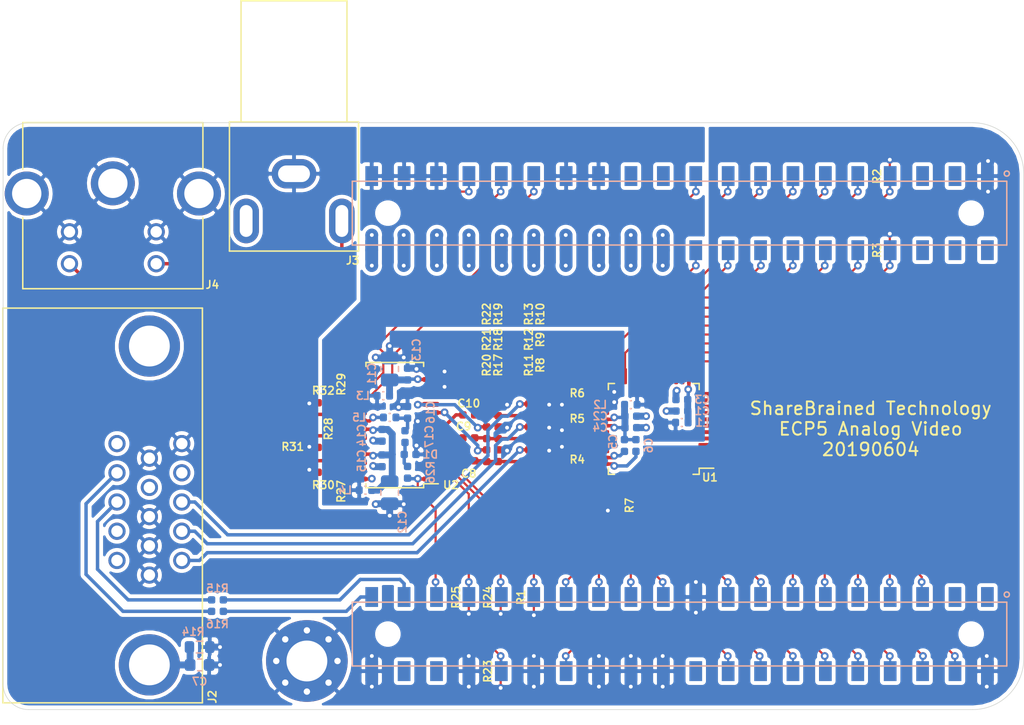
<source format=kicad_pcb>
(kicad_pcb (version 20171130) (host pcbnew 5.1.2-f72e74a~84~ubuntu18.04.1)
  (layers (0 F.Cu signal) (1 In1.Cu power hide) (2 In2.Cu power hide) (31 B.Cu signal) (34 B.Paste user hide) (35 F.Paste user hide) (36 B.SilkS user) (37 F.SilkS user) (38 B.Mask user) (39 F.Mask user) (44 Edge.Cuts user))
  (net 0 "")
  (net 1 "Net-(C1-Pad2)")
  (net 2 GND)
  (net 3 "Net-(C2-Pad2)")
  (net 4 "Net-(C5-Pad2)")
  (net 5 VAA)
  (net 6 "Net-(C6-Pad2)")
  (net 7 "Net-(C7-Pad2)")
  (net 8 /DAC_IOR)
  (net 9 "Net-(C8-Pad1)")
  (net 10 /DAC_IOG)
  (net 11 "Net-(C9-Pad1)")
  (net 12 /DAC_IOB)
  (net 13 "Net-(C10-Pad1)")
  (net 14 "Net-(C11-Pad2)")
  (net 15 "Net-(C12-Pad2)")
  (net 16 "Net-(C16-Pad2)")
  (net 17 "Net-(C17-Pad1)")
  (net 18 "Net-(J1-PadJ39.21)")
  (net 19 "Net-(J1-PadJ39.06)")
  (net 20 "Net-(J1-PadJ39.05)")
  (net 21 "Net-(J1-PadJ39.04)")
  (net 22 "Net-(J1-PadJ39.03)")
  (net 23 "Net-(J1-PadJ39.02)")
  (net 24 "Net-(J1-PadJ40.38)")
  (net 25 "Net-(J1-PadJ40.03)")
  (net 26 "Net-(J1-PadJ40.01)")
  (net 27 "Net-(L5-Pad1)")
  (net 28 /DAC_PSAVE#)
  (net 29 /DAC_SYNC#)
  (net 30 /DAC_BLANK#)
  (net 31 "Net-(R4-Pad1)")
  (net 32 "Net-(R5-Pad1)")
  (net 33 "Net-(R6-Pad1)")
  (net 34 "Net-(R7-Pad2)")
  (net 35 /VGA_R)
  (net 36 /VGA_G)
  (net 37 /VGA_B)
  (net 38 /VGA_HSYNC)
  (net 39 "Net-(J2-Pad13)")
  (net 40 /VGA_VSYNC)
  (net 41 "Net-(J2-Pad14)")
  (net 42 "Net-(R20-Pad2)")
  (net 43 "Net-(R21-Pad2)")
  (net 44 "Net-(R22-Pad2)")
  (net 45 /ENC_CE)
  (net 46 /ENC_TERM)
  (net 47 /ENC_SA)
  (net 48 /ENC_STND)
  (net 49 "Net-(R27-Pad2)")
  (net 50 "Net-(J4-Pad3)")
  (net 51 "Net-(R28-Pad2)")
  (net 52 "Net-(J4-Pad4)")
  (net 53 "Net-(R29-Pad2)")
  (net 54 /DAC_R9)
  (net 55 /DAC_R8)
  (net 56 /DAC_R7)
  (net 57 /DAC_R6)
  (net 58 /DAC_R5)
  (net 59 /DAC_R4)
  (net 60 /DAC_R3)
  (net 61 /DAC_R2)
  (net 62 /DAC_R1)
  (net 63 /DAC_R0)
  (net 64 /DAC_CLOCK)
  (net 65 /DAC_B9)
  (net 66 /DAC_B8)
  (net 67 /DAC_B7)
  (net 68 /DAC_B6)
  (net 69 /DAC_B5)
  (net 70 /DAC_B4)
  (net 71 /DAC_B3)
  (net 72 /DAC_B2)
  (net 73 /DAC_B1)
  (net 74 /DAC_B0)
  (net 75 /DAC_G9)
  (net 76 /DAC_G8)
  (net 77 /DAC_G7)
  (net 78 /DAC_G6)
  (net 79 /DAC_G5)
  (net 80 /DAC_G4)
  (net 81 /DAC_G3)
  (net 82 /DAC_G2)
  (net 83 /DAC_G1)
  (net 84 /DAC_G0)
  (net 85 /ENC_TVDET)
  (net 86 /ENC_4FSC)
  (net 87 /ENC_VSYNC)
  (net 88 /ENC_HSYNC)
  (net 89 "Net-(J2-Pad15)")
  (net 90 "Net-(J2-Pad12)")
  (net 91 "Net-(J2-Pad11)")
  (net 92 "Net-(J2-Pad9)")
  (net 93 "Net-(J2-Pad4)")
  (net 94 "Net-(J3-Pad3)")
  (net 95 "Net-(J3-Pad2)")
  (net 96 "Net-(J1-PadJ40.36)")
  (net 97 "Net-(J1-PadJ39.23)")
  (net 98 "Net-(J1-PadJ40.20)")
  (module lattice:ECP5EVB_VERSA (layer B.Cu) (at 133.02 121.5827 90)
    (fp_text reference J1 hide)
    (fp_text value ECP5EVB_VERSA hide)
    (pad J39.31 smd rect (at 19.4023 -13.97 90) (size 1.56 1) (layers B.Cu B.Paste B.Mask) (net 87 /ENC_VSYNC))
    (pad J39.18 smd rect (at 13.5923 3.81 90) (size 1.56 1) (layers B.Cu B.Paste B.Mask) (net 66 /DAC_B8))
    (pad J39.38 smd rect (at 13.5923 -21.59 90) (size 1.56 1) (layers B.Cu B.Paste B.Mask) (net 2 GND))
    (pad J39.12 smd rect (at 13.5923 11.43 90) (size 1.56 1) (layers B.Cu B.Paste B.Mask) (net 72 /DAC_B2))
    (pad J39.40 smd rect (at 13.5923 -24.13 90) (size 1.56 1) (layers B.Cu B.Paste B.Mask) (net 2 GND))
    (pad J39.30 smd rect (at 13.5923 -11.43 90) (size 1.56 1) (layers B.Cu B.Paste B.Mask) (net 2 GND))
    (pad J39.14 smd rect (at 13.5923 8.89 90) (size 1.56 1) (layers B.Cu B.Paste B.Mask) (net 70 /DAC_B4))
    (pad J39.17 smd rect (at 19.4023 3.81 90) (size 1.56 1) (layers B.Cu B.Paste B.Mask) (net 65 /DAC_B9))
    (pad J39.39 smd rect (at 19.4023 -24.13 90) (size 1.56 1) (layers B.Cu B.Paste B.Mask) (net 5 VAA))
    (pad J39.19 smd rect (at 19.4023 1.27 90) (size 1.56 1) (layers B.Cu B.Paste B.Mask) (net 85 /ENC_TVDET))
    (pad J39.36 smd rect (at 13.5923 -19.05 90) (size 1.56 1) (layers B.Cu B.Paste B.Mask) (net 2 GND))
    (pad J39.27 smd rect (at 19.4023 -8.89 90) (size 1.56 1) (layers B.Cu B.Paste B.Mask) (net 5 VAA))
    (pad "" np_thru_hole circle (at 16.4973 22.86 90) (size 1.2 1.2) (drill 1.2) (layers *.Cu *.Mask) (clearance 0.4))
    (pad J39.35 smd rect (at 19.4023 -19.05 90) (size 1.56 1) (layers B.Cu B.Paste B.Mask) (net 5 VAA))
    (pad "" np_thru_hole circle (at 16.4973 -22.86 90) (size 1.2 1.2) (drill 1.2) (layers *.Cu *.Mask) (clearance 0.4))
    (pad J39.34 smd rect (at 13.5923 -16.51 90) (size 1.56 1) (layers B.Cu B.Paste B.Mask) (net 2 GND))
    (pad J39.21 smd rect (at 19.4023 -1.27 90) (size 1.56 1) (layers B.Cu B.Paste B.Mask) (net 18 "Net-(J1-PadJ39.21)"))
    (pad J39.25 smd rect (at 19.4023 -6.35 90) (size 1.56 1) (layers B.Cu B.Paste B.Mask) (net 5 VAA))
    (pad J39.08 smd rect (at 13.5923 16.51 90) (size 1.56 1) (layers B.Cu B.Paste B.Mask) (net 30 /DAC_BLANK#))
    (pad J39.10 smd rect (at 13.5923 13.97 90) (size 1.56 1) (layers B.Cu B.Paste B.Mask) (net 74 /DAC_B0))
    (pad J39.28 smd rect (at 13.5923 -8.89 90) (size 1.56 1) (layers B.Cu B.Paste B.Mask) (net 2 GND))
    (pad J39.01 smd rect (at 19.4023 24.13 90) (size 1.56 1) (layers B.Cu B.Paste B.Mask) (net 2 GND))
    (pad J39.15 smd rect (at 19.4023 6.35 90) (size 1.56 1) (layers B.Cu B.Paste B.Mask) (net 67 /DAC_B7))
    (pad J39.07 smd rect (at 19.4023 16.51 90) (size 1.56 1) (layers B.Cu B.Paste B.Mask) (net 29 /DAC_SYNC#))
    (pad J39.06 smd rect (at 13.5923 19.05 90) (size 1.56 1) (layers B.Cu B.Paste B.Mask) (net 19 "Net-(J1-PadJ39.06)"))
    (pad J39.05 smd rect (at 19.4023 19.05 90) (size 1.56 1) (layers B.Cu B.Paste B.Mask) (net 20 "Net-(J1-PadJ39.05)"))
    (pad J39.04 smd rect (at 13.5923 21.59 90) (size 1.56 1) (layers B.Cu B.Paste B.Mask) (net 21 "Net-(J1-PadJ39.04)"))
    (pad J39.03 smd rect (at 19.4023 21.59 90) (size 1.56 1) (layers B.Cu B.Paste B.Mask) (net 22 "Net-(J1-PadJ39.03)"))
    (pad J39.02 smd rect (at 13.5923 24.13 90) (size 1.56 1) (layers B.Cu B.Paste B.Mask) (net 23 "Net-(J1-PadJ39.02)"))
    (pad J39.22 smd rect (at 13.5923 -1.27 90) (size 1.56 1) (layers B.Cu B.Paste B.Mask) (net 2 GND))
    (pad J39.26 smd rect (at 13.5923 -6.35 90) (size 1.56 1) (layers B.Cu B.Paste B.Mask) (net 2 GND))
    (pad J39.29 smd rect (at 19.4023 -11.43 90) (size 1.56 1) (layers B.Cu B.Paste B.Mask) (net 86 /ENC_4FSC))
    (pad J39.20 smd rect (at 13.5923 1.27 90) (size 1.56 1) (layers B.Cu B.Paste B.Mask) (net 64 /DAC_CLOCK))
    (pad J39.33 smd rect (at 19.4023 -16.51 90) (size 1.56 1) (layers B.Cu B.Paste B.Mask) (net 88 /ENC_HSYNC))
    (pad J39.09 smd rect (at 19.4023 13.97 90) (size 1.56 1) (layers B.Cu B.Paste B.Mask) (net 73 /DAC_B1))
    (pad J39.32 smd rect (at 13.5923 -13.97 90) (size 1.56 1) (layers B.Cu B.Paste B.Mask) (net 2 GND))
    (pad J39.23 smd rect (at 19.4023 -3.81 90) (size 1.56 1) (layers B.Cu B.Paste B.Mask) (net 97 "Net-(J1-PadJ39.23)"))
    (pad J39.24 smd rect (at 13.5923 -3.81 90) (size 1.56 1) (layers B.Cu B.Paste B.Mask) (net 2 GND))
    (pad J39.37 smd rect (at 19.4023 -21.59 90) (size 1.56 1) (layers B.Cu B.Paste B.Mask) (net 5 VAA))
    (pad J39.11 smd rect (at 19.4023 11.43 90) (size 1.56 1) (layers B.Cu B.Paste B.Mask) (net 71 /DAC_B3))
    (pad J39.13 smd rect (at 19.4023 8.89 90) (size 1.56 1) (layers B.Cu B.Paste B.Mask) (net 69 /DAC_B5))
    (pad J39.16 smd rect (at 13.5923 6.35 90) (size 1.56 1) (layers B.Cu B.Paste B.Mask) (net 68 /DAC_B6))
    (pad J40.40 smd rect (at -19.4023 -24.13 90) (size 1.56 1) (layers B.Cu B.Paste B.Mask) (net 2 GND))
    (pad J40.39 smd rect (at -13.5923 -24.13 90) (size 1.56 1) (layers B.Cu B.Paste B.Mask) (net 40 /VGA_VSYNC))
    (pad J40.38 smd rect (at -19.4023 -21.59 90) (size 1.56 1) (layers B.Cu B.Paste B.Mask) (net 24 "Net-(J1-PadJ40.38)"))
    (pad J40.37 smd rect (at -13.5923 -21.59 90) (size 1.56 1) (layers B.Cu B.Paste B.Mask) (net 38 /VGA_HSYNC))
    (pad J40.36 smd rect (at -19.4023 -19.05 90) (size 1.56 1) (layers B.Cu B.Paste B.Mask) (net 96 "Net-(J1-PadJ40.36)"))
    (pad J40.35 smd rect (at -13.5923 -19.05 90) (size 1.56 1) (layers B.Cu B.Paste B.Mask) (net 48 /ENC_STND))
    (pad J40.34 smd rect (at -19.4023 -16.51 90) (size 1.56 1) (layers B.Cu B.Paste B.Mask) (net 2 GND))
    (pad J40.33 smd rect (at -13.5923 -16.51 90) (size 1.56 1) (layers B.Cu B.Paste B.Mask) (net 47 /ENC_SA))
    (pad J40.32 smd rect (at -19.4023 -13.97 90) (size 1.56 1) (layers B.Cu B.Paste B.Mask) (net 45 /ENC_CE))
    (pad J40.31 smd rect (at -13.5923 -13.97 90) (size 1.56 1) (layers B.Cu B.Paste B.Mask) (net 46 /ENC_TERM))
    (pad J40.30 smd rect (at -19.4023 -11.43 90) (size 1.56 1) (layers B.Cu B.Paste B.Mask) (net 2 GND))
    (pad J40.29 smd rect (at -13.5923 -11.43 90) (size 1.56 1) (layers B.Cu B.Paste B.Mask) (net 28 /DAC_PSAVE#))
    (pad J40.28 smd rect (at -19.4023 -8.89 90) (size 1.56 1) (layers B.Cu B.Paste B.Mask) (net 62 /DAC_R1))
    (pad J40.27 smd rect (at -13.5923 -8.89 90) (size 1.56 1) (layers B.Cu B.Paste B.Mask) (net 63 /DAC_R0))
    (pad "" np_thru_hole circle (at -16.4973 -22.86 90) (size 1.2 1.2) (drill 1.2) (layers *.Cu *.Mask) (clearance 0.4))
    (pad "" np_thru_hole circle (at -16.4973 22.86 90) (size 1.2 1.2) (drill 1.2) (layers *.Cu *.Mask) (clearance 0.4))
    (pad J40.26 smd rect (at -19.4023 -6.35 90) (size 1.56 1) (layers B.Cu B.Paste B.Mask) (net 2 GND))
    (pad J40.25 smd rect (at -13.5923 -6.35 90) (size 1.56 1) (layers B.Cu B.Paste B.Mask) (net 61 /DAC_R2))
    (pad J40.24 smd rect (at -19.4023 -3.81 90) (size 1.56 1) (layers B.Cu B.Paste B.Mask) (net 2 GND))
    (pad J40.23 smd rect (at -13.5923 -3.81 90) (size 1.56 1) (layers B.Cu B.Paste B.Mask) (net 60 /DAC_R3))
    (pad J40.22 smd rect (at -19.4023 -1.27 90) (size 1.56 1) (layers B.Cu B.Paste B.Mask) (net 2 GND))
    (pad J40.21 smd rect (at -13.5923 -1.27 90) (size 1.56 1) (layers B.Cu B.Paste B.Mask) (net 59 /DAC_R4))
    (pad J40.20 smd rect (at -19.4023 1.27 90) (size 1.56 1) (layers B.Cu B.Paste B.Mask) (net 98 "Net-(J1-PadJ40.20)"))
    (pad J40.19 smd rect (at -13.5923 1.27 90) (size 1.56 1) (layers B.Cu B.Paste B.Mask) (net 2 GND))
    (pad J40.18 smd rect (at -19.4023 3.81 90) (size 1.56 1) (layers B.Cu B.Paste B.Mask) (net 58 /DAC_R5))
    (pad J40.17 smd rect (at -13.5923 3.81 90) (size 1.56 1) (layers B.Cu B.Paste B.Mask) (net 57 /DAC_R6))
    (pad J40.16 smd rect (at -19.4023 6.35 90) (size 1.56 1) (layers B.Cu B.Paste B.Mask) (net 56 /DAC_R7))
    (pad J40.15 smd rect (at -13.5923 6.35 90) (size 1.56 1) (layers B.Cu B.Paste B.Mask) (net 55 /DAC_R8))
    (pad J40.14 smd rect (at -19.4023 8.89 90) (size 1.56 1) (layers B.Cu B.Paste B.Mask) (net 54 /DAC_R9))
    (pad J40.13 smd rect (at -13.5923 8.89 90) (size 1.56 1) (layers B.Cu B.Paste B.Mask) (net 84 /DAC_G0))
    (pad J40.12 smd rect (at -19.4023 11.43 90) (size 1.56 1) (layers B.Cu B.Paste B.Mask) (net 83 /DAC_G1))
    (pad J40.11 smd rect (at -13.5923 11.43 90) (size 1.56 1) (layers B.Cu B.Paste B.Mask) (net 82 /DAC_G2))
    (pad J40.10 smd rect (at -19.4023 13.97 90) (size 1.56 1) (layers B.Cu B.Paste B.Mask) (net 81 /DAC_G3))
    (pad J40.09 smd rect (at -13.5923 13.97 90) (size 1.56 1) (layers B.Cu B.Paste B.Mask) (net 80 /DAC_G4))
    (pad J40.08 smd rect (at -19.4023 16.51 90) (size 1.56 1) (layers B.Cu B.Paste B.Mask) (net 79 /DAC_G5))
    (pad J40.07 smd rect (at -13.5923 16.51 90) (size 1.56 1) (layers B.Cu B.Paste B.Mask) (net 78 /DAC_G6))
    (pad J40.06 smd rect (at -19.4023 19.05 90) (size 1.56 1) (layers B.Cu B.Paste B.Mask) (net 77 /DAC_G7))
    (pad J40.05 smd rect (at -13.5923 19.05 90) (size 1.56 1) (layers B.Cu B.Paste B.Mask) (net 76 /DAC_G8))
    (pad J40.04 smd rect (at -19.4023 21.59 90) (size 1.56 1) (layers B.Cu B.Paste B.Mask) (net 75 /DAC_G9))
    (pad J40.03 smd rect (at -13.5923 21.59 90) (size 1.56 1) (layers B.Cu B.Paste B.Mask) (net 25 "Net-(J1-PadJ40.03)"))
    (pad J40.02 smd rect (at -19.4023 24.13 90) (size 1.56 1) (layers B.Cu B.Paste B.Mask) (net 2 GND))
    (pad J40.01 smd rect (at -13.5923 24.13 90) (size 1.56 1) (layers B.Cu B.Paste B.Mask) (net 26 "Net-(J1-PadJ40.01)"))
  )
  (module ipc_capc:IPC_CAPC100X50X55L25N (layer B.Cu) (at 111.5 122.6 90)
    (fp_text reference C17 (at 0 1.9 90) (layer B.SilkS) (effects (font (size 0.61 0.61) (thickness 0.12)) (justify mirror)))
    (fp_text value 9P)
    (pad 2 smd roundrect (at 0.46 0 90) (size 0.58 0.58) (layers B.Cu B.Paste B.Mask) (net 16 "Net-(C16-Pad2)"))
    (pad 1 smd roundrect (at -0.46 0 90) (size 0.58 0.58) (layers B.Cu B.Paste B.Mask) (net 17 "Net-(C17-Pad1)"))
  )
  (module ipc_resc:IPC_RESC100X50X40L25N (layer B.Cu) (at 111.9 124 180)
    (fp_text reference D1 (at -1.6 0) (layer B.SilkS) (effects (font (size 0.61 0.61) (thickness 0.12)) (justify mirror)))
    (fp_text value 1N4148)
    (pad 2 smd roundrect (at 0.46 0 180) (size 0.58 0.58) (layers B.Cu B.Paste B.Mask) (net 17 "Net-(C17-Pad1)"))
    (pad 1 smd roundrect (at -0.46 0 180) (size 0.58 0.58) (layers B.Cu B.Paste B.Mask) (net 2 GND))
  )
  (module ipc_sop:IPC_SOP28P65_970X637X110L60X24N (layer F.Cu) (at 110.7 121.7 180)
    (fp_text reference U2 (at -4.4 -4.7) (layer F.SilkS) (effects (font (size 0.61 0.61) (thickness 0.12))))
    (fp_text value AD723)
    (pad 28 smd roundrect (at 2.825 -4.225 270) (size 0.39 1.28) (layers F.Cu F.Paste F.Mask) (net 2 GND))
    (pad 27 smd roundrect (at 2.825 -3.575 270) (size 0.39 1.28) (layers F.Cu F.Paste F.Mask) (net 49 "Net-(R27-Pad2)"))
    (pad 26 smd roundrect (at 2.825 -2.925 270) (size 0.39 1.28) (layers F.Cu F.Paste F.Mask) (net 50 "Net-(J4-Pad3)"))
    (pad 25 smd roundrect (at 2.825 -2.275 270) (size 0.39 1.28) (layers F.Cu F.Paste F.Mask) (net 15 "Net-(C12-Pad2)"))
    (pad 24 smd roundrect (at 2.825 -1.625 270) (size 0.39 1.28) (layers F.Cu F.Paste F.Mask) (net 51 "Net-(R28-Pad2)"))
    (pad 23 smd roundrect (at 2.825 -0.975 270) (size 0.39 1.28) (layers F.Cu F.Paste F.Mask) (net 52 "Net-(J4-Pad4)"))
    (pad 22 smd roundrect (at 2.825 -0.325 270) (size 0.39 1.28) (layers F.Cu F.Paste F.Mask) (net 15 "Net-(C12-Pad2)"))
    (pad 21 smd roundrect (at 2.825 0.325 270) (size 0.39 1.28) (layers F.Cu F.Paste F.Mask) (net 27 "Net-(L5-Pad1)"))
    (pad 20 smd roundrect (at 2.825 0.975 270) (size 0.39 1.28) (layers F.Cu F.Paste F.Mask) (net 95 "Net-(J3-Pad2)"))
    (pad 19 smd roundrect (at 2.825 1.625 270) (size 0.39 1.28) (layers F.Cu F.Paste F.Mask) (net 53 "Net-(R29-Pad2)"))
    (pad 18 smd roundrect (at 2.825 2.275 270) (size 0.39 1.28) (layers F.Cu F.Paste F.Mask) (net 85 /ENC_TVDET))
    (pad 17 smd roundrect (at 2.825 2.925 270) (size 0.39 1.28) (layers F.Cu F.Paste F.Mask) (net 86 /ENC_4FSC))
    (pad 16 smd roundrect (at 2.825 3.575 270) (size 0.39 1.28) (layers F.Cu F.Paste F.Mask) (net 87 /ENC_VSYNC))
    (pad 15 smd roundrect (at 2.825 4.225 270) (size 0.39 1.28) (layers F.Cu F.Paste F.Mask) (net 88 /ENC_HSYNC))
    (pad 14 smd roundrect (at -2.825 4.225 90) (size 0.39 1.28) (layers F.Cu F.Paste F.Mask) (net 2 GND))
    (pad 13 smd roundrect (at -2.825 3.575 90) (size 0.39 1.28) (layers F.Cu F.Paste F.Mask) (net 14 "Net-(C11-Pad2)"))
    (pad 12 smd roundrect (at -2.825 2.925 90) (size 0.39 1.28) (layers F.Cu F.Paste F.Mask) (net 2 GND))
    (pad 11 smd roundrect (at -2.825 2.275 90) (size 0.39 1.28) (layers F.Cu F.Paste F.Mask) (net 44 "Net-(R22-Pad2)"))
    (pad 10 smd roundrect (at -2.825 1.625 90) (size 0.39 1.28) (layers F.Cu F.Paste F.Mask) (net 43 "Net-(R21-Pad2)"))
    (pad 9 smd roundrect (at -2.825 0.975 90) (size 0.39 1.28) (layers F.Cu F.Paste F.Mask) (net 42 "Net-(R20-Pad2)"))
    (pad 8 smd roundrect (at -2.825 0.325 90) (size 0.39 1.28) (layers F.Cu F.Paste F.Mask) (net 2 GND))
    (pad 7 smd roundrect (at -2.825 -0.325 90) (size 0.39 1.28) (layers F.Cu F.Paste F.Mask) (net 13 "Net-(C10-Pad1)"))
    (pad 6 smd roundrect (at -2.825 -0.975 90) (size 0.39 1.28) (layers F.Cu F.Paste F.Mask) (net 11 "Net-(C9-Pad1)"))
    (pad 5 smd roundrect (at -2.825 -1.625 90) (size 0.39 1.28) (layers F.Cu F.Paste F.Mask) (net 9 "Net-(C8-Pad1)"))
    (pad 4 smd roundrect (at -2.825 -2.275 90) (size 0.39 1.28) (layers F.Cu F.Paste F.Mask) (net 46 /ENC_TERM))
    (pad 3 smd roundrect (at -2.825 -2.925 90) (size 0.39 1.28) (layers F.Cu F.Paste F.Mask) (net 45 /ENC_CE))
    (pad 2 smd roundrect (at -2.825 -3.575 90) (size 0.39 1.28) (layers F.Cu F.Paste F.Mask) (net 47 /ENC_SA))
    (pad 1 smd roundrect (at -2.825 -4.225 90) (size 0.39 1.28) (layers F.Cu F.Paste F.Mask) (net 48 /ENC_STND))
  )
  (module switchcraft:PJRAN1X1U__X (layer F.Cu) (at 102.8 103 180)
    (fp_text reference J3 (at -4.6 -5.8) (layer F.SilkS) (effects (font (size 0.61 0.61) (thickness 0.12))))
    (fp_text value Barrel_Jack_Switch)
    (pad 3 thru_hole oval (at 3.75 -2.7 180) (size 2 3.5) (drill oval 1 2.5) (layers *.Cu *.Mask) (net 94 "Net-(J3-Pad3)"))
    (pad 2 thru_hole oval (at -3.75 -2.7 180) (size 2 3.5) (drill oval 1 2.5) (layers *.Cu *.Mask) (net 95 "Net-(J3-Pad2)"))
    (pad 1 thru_hole oval (at 0 1 180) (size 3.5 2.3) (drill oval 2.5 1.3) (layers *.Cu *.Mask) (net 2 GND))
  )
  (module cui:MD-40SMK (layer F.Cu) (at 88.6 104.5)
    (fp_text reference J4 (at 7.8 6.2) (layer F.SilkS) (effects (font (size 0.61 0.61) (thickness 0.12))))
    (fp_text value Mini-DIN-4)
    (pad 4 thru_hole circle (at 3.4 4.55) (size 1.35 1.35) (drill 0.9) (layers *.Cu *.Mask) (net 52 "Net-(J4-Pad4)"))
    (pad 3 thru_hole circle (at -3.4 4.55) (size 1.35 1.35) (drill 0.9) (layers *.Cu *.Mask) (net 50 "Net-(J4-Pad3)"))
    (pad 2 thru_hole circle (at 3.4 2.05) (size 1.35 1.35) (drill 0.9) (layers *.Cu *.Mask) (net 2 GND))
    (pad 1 thru_hole circle (at -3.4 2.05) (size 1.35 1.35) (drill 0.9) (layers *.Cu *.Mask) (net 2 GND))
    (pad SH thru_hole circle (at 6.75 -0.95) (size 3.45 3.45) (drill 2.3) (layers *.Cu *.Mask) (net 2 GND))
    (pad SH thru_hole circle (at -6.75 -0.95) (size 3.45 3.45) (drill 2.3) (layers *.Cu *.Mask) (net 2 GND))
    (pad SH thru_hole circle (at 0 -1.75) (size 3.45 3.45) (drill 2.3) (layers *.Cu *.Mask) (net 2 GND))
  )
  (module ipc_resc:IPC_RESC100X50X40L25N (layer F.Cu) (at 121.2 120.5 90)
    (fp_text reference R13 (at 7.5 0 90) (layer F.SilkS) (effects (font (size 0.61 0.61) (thickness 0.12))))
    (fp_text value 0R)
    (pad 2 smd roundrect (at 0.46 0 90) (size 0.58 0.58) (layers F.Cu F.Paste F.Mask) (net 37 /VGA_B))
    (pad 1 smd roundrect (at -0.46 0 90) (size 0.58 0.58) (layers F.Cu F.Paste F.Mask) (net 12 /DAC_IOB))
  )
  (module ipc_resc:IPC_RESC100X50X40L25N (layer F.Cu) (at 122.1 120.5 90)
    (fp_text reference R10 (at 7.5 0 90) (layer F.SilkS) (effects (font (size 0.61 0.61) (thickness 0.12))))
    (fp_text value 75R)
    (pad 2 smd roundrect (at 0.46 0 90) (size 0.58 0.58) (layers F.Cu F.Paste F.Mask) (net 2 GND))
    (pad 1 smd roundrect (at -0.46 0 90) (size 0.58 0.58) (layers F.Cu F.Paste F.Mask) (net 12 /DAC_IOB))
  )
  (module amphenol:ICD15S13E4GX (layer F.Cu) (at 87.8 128 270)
    (fp_text reference J2 (at 15 -8.6 90) (layer F.SilkS) (effects (font (size 0.61 0.61) (thickness 0.12))))
    (fp_text value DB15_Female_HighDensity_MountingHoles)
    (pad 0 thru_hole circle (at 12.495 -3.665 270) (size 4.8 4.8) (drill 3.2) (layers *.Cu *.Mask) (net 7 "Net-(C7-Pad2)"))
    (pad 0 thru_hole circle (at -12.495 -3.665 270) (size 4.8 4.8) (drill 3.2) (layers *.Cu *.Mask) (net 7 "Net-(C7-Pad2)"))
    (pad 15 thru_hole circle (at -4.85 -1.125 270) (size 1.35 1.35) (drill 0.9) (layers *.Cu *.Mask) (net 89 "Net-(J2-Pad15)"))
    (pad 14 thru_hole circle (at -2.56 -1.125 270) (size 1.35 1.35) (drill 0.9) (layers *.Cu *.Mask) (net 41 "Net-(J2-Pad14)"))
    (pad 13 thru_hole circle (at -0.27 -1.125 270) (size 1.35 1.35) (drill 0.9) (layers *.Cu *.Mask) (net 39 "Net-(J2-Pad13)"))
    (pad 12 thru_hole circle (at 2.02 -1.125 270) (size 1.35 1.35) (drill 0.9) (layers *.Cu *.Mask) (net 90 "Net-(J2-Pad12)"))
    (pad 11 thru_hole circle (at 4.31 -1.125 270) (size 1.35 1.35) (drill 0.9) (layers *.Cu *.Mask) (net 91 "Net-(J2-Pad11)"))
    (pad 10 thru_hole circle (at -3.705 -3.665 270) (size 1.35 1.35) (drill 0.9) (layers *.Cu *.Mask) (net 2 GND))
    (pad 9 thru_hole circle (at -1.415 -3.665 270) (size 1.35 1.35) (drill 0.9) (layers *.Cu *.Mask) (net 92 "Net-(J2-Pad9)"))
    (pad 8 thru_hole circle (at 0.875 -3.665 270) (size 1.35 1.35) (drill 0.9) (layers *.Cu *.Mask) (net 2 GND))
    (pad 7 thru_hole circle (at 3.165 -3.665 270) (size 1.35 1.35) (drill 0.9) (layers *.Cu *.Mask) (net 2 GND))
    (pad 6 thru_hole circle (at 5.455 -3.665 270) (size 1.35 1.35) (drill 0.9) (layers *.Cu *.Mask) (net 2 GND))
    (pad 5 thru_hole circle (at -4.85 -6.205 270) (size 1.35 1.35) (drill 0.9) (layers *.Cu *.Mask) (net 2 GND))
    (pad 4 thru_hole circle (at -2.56 -6.205 270) (size 1.35 1.35) (drill 0.9) (layers *.Cu *.Mask) (net 93 "Net-(J2-Pad4)"))
    (pad 3 thru_hole circle (at -0.27 -6.205 270) (size 1.35 1.35) (drill 0.9) (layers *.Cu *.Mask) (net 37 /VGA_B))
    (pad 2 thru_hole circle (at 2.02 -6.205 270) (size 1.35 1.35) (drill 0.9) (layers *.Cu *.Mask) (net 36 /VGA_G))
    (pad 1 thru_hole circle (at 4.31 -6.205 270) (size 1.35 1.35) (drill 0.9) (layers *.Cu *.Mask) (net 35 /VGA_R))
  )
  (module MountingHole:MountingHole_3.2mm_M3_Pad_Via (layer F.Cu) (at 103.81 140.19)
    (fp_text reference H1 hide)
    (fp_text value MountingHole_Pad)
    (pad 1 thru_hole circle (at 1.697056 -1.697056) (size 0.8 0.8) (drill 0.5) (layers *.Cu *.Mask) (net 2 GND))
    (pad 1 thru_hole circle (at 0 -2.4) (size 0.8 0.8) (drill 0.5) (layers *.Cu *.Mask) (net 2 GND))
    (pad 1 thru_hole circle (at -1.697056 -1.697056) (size 0.8 0.8) (drill 0.5) (layers *.Cu *.Mask) (net 2 GND))
    (pad 1 thru_hole circle (at -2.4 0) (size 0.8 0.8) (drill 0.5) (layers *.Cu *.Mask) (net 2 GND))
    (pad 1 thru_hole circle (at -1.697056 1.697056) (size 0.8 0.8) (drill 0.5) (layers *.Cu *.Mask) (net 2 GND))
    (pad 1 thru_hole circle (at 0 2.4) (size 0.8 0.8) (drill 0.5) (layers *.Cu *.Mask) (net 2 GND))
    (pad 1 thru_hole circle (at 1.697056 1.697056) (size 0.8 0.8) (drill 0.5) (layers *.Cu *.Mask) (net 2 GND))
    (pad 1 thru_hole circle (at 2.4 0) (size 0.8 0.8) (drill 0.5) (layers *.Cu *.Mask) (net 2 GND))
    (pad 1 thru_hole circle (at 0 0) (size 6.4 6.4) (drill 3.2) (layers *.Cu *.Mask) (net 2 GND))
  )
  (module ipc_qfp:IPC_QFP48P50_900X900X160L60X22N (layer F.Cu) (at 131 122 180)
    (fp_text reference U1 (at -4.4 -3.8) (layer F.SilkS) (effects (font (size 0.61 0.61) (thickness 0.12))))
    (fp_text value ADV7123)
    (pad 48 smd roundrect (at -2.75 -4.13) (size 0.3 1.26) (layers F.Cu F.Paste F.Mask) (net 54 /DAC_R9))
    (pad 47 smd roundrect (at -2.25 -4.13) (size 0.3 1.26) (layers F.Cu F.Paste F.Mask) (net 55 /DAC_R8))
    (pad 46 smd roundrect (at -1.75 -4.13) (size 0.3 1.26) (layers F.Cu F.Paste F.Mask) (net 56 /DAC_R7))
    (pad 45 smd roundrect (at -1.25 -4.13) (size 0.3 1.26) (layers F.Cu F.Paste F.Mask) (net 57 /DAC_R6))
    (pad 44 smd roundrect (at -0.75 -4.13) (size 0.3 1.26) (layers F.Cu F.Paste F.Mask) (net 58 /DAC_R5))
    (pad 43 smd roundrect (at -0.25 -4.13) (size 0.3 1.26) (layers F.Cu F.Paste F.Mask) (net 59 /DAC_R4))
    (pad 42 smd roundrect (at 0.25 -4.13) (size 0.3 1.26) (layers F.Cu F.Paste F.Mask) (net 60 /DAC_R3))
    (pad 41 smd roundrect (at 0.75 -4.13) (size 0.3 1.26) (layers F.Cu F.Paste F.Mask) (net 61 /DAC_R2))
    (pad 40 smd roundrect (at 1.25 -4.13) (size 0.3 1.26) (layers F.Cu F.Paste F.Mask) (net 62 /DAC_R1))
    (pad 39 smd roundrect (at 1.75 -4.13) (size 0.3 1.26) (layers F.Cu F.Paste F.Mask) (net 63 /DAC_R0))
    (pad 38 smd roundrect (at 2.25 -4.13) (size 0.3 1.26) (layers F.Cu F.Paste F.Mask) (net 28 /DAC_PSAVE#))
    (pad 37 smd roundrect (at 2.75 -4.13) (size 0.3 1.26) (layers F.Cu F.Paste F.Mask) (net 34 "Net-(R7-Pad2)"))
    (pad 36 smd roundrect (at 4.13 -2.75 270) (size 0.3 1.26) (layers F.Cu F.Paste F.Mask) (net 6 "Net-(C6-Pad2)"))
    (pad 35 smd roundrect (at 4.13 -2.25 270) (size 0.3 1.26) (layers F.Cu F.Paste F.Mask) (net 4 "Net-(C5-Pad2)"))
    (pad 34 smd roundrect (at 4.13 -1.75 270) (size 0.3 1.26) (layers F.Cu F.Paste F.Mask) (net 8 /DAC_IOR))
    (pad 33 smd roundrect (at 4.13 -1.25 270) (size 0.3 1.26) (layers F.Cu F.Paste F.Mask) (net 31 "Net-(R4-Pad1)"))
    (pad 32 smd roundrect (at 4.13 -0.75 270) (size 0.3 1.26) (layers F.Cu F.Paste F.Mask) (net 10 /DAC_IOG))
    (pad 31 smd roundrect (at 4.13 -0.25 270) (size 0.3 1.26) (layers F.Cu F.Paste F.Mask) (net 32 "Net-(R5-Pad1)"))
    (pad 30 smd roundrect (at 4.13 0.25 270) (size 0.3 1.26) (layers F.Cu F.Paste F.Mask) (net 3 "Net-(C2-Pad2)"))
    (pad 29 smd roundrect (at 4.13 0.75 270) (size 0.3 1.26) (layers F.Cu F.Paste F.Mask) (net 3 "Net-(C2-Pad2)"))
    (pad 28 smd roundrect (at 4.13 1.25 270) (size 0.3 1.26) (layers F.Cu F.Paste F.Mask) (net 12 /DAC_IOB))
    (pad 27 smd roundrect (at 4.13 1.75 270) (size 0.3 1.26) (layers F.Cu F.Paste F.Mask) (net 33 "Net-(R6-Pad1)"))
    (pad 26 smd roundrect (at 4.13 2.25 270) (size 0.3 1.26) (layers F.Cu F.Paste F.Mask) (net 2 GND))
    (pad 25 smd roundrect (at 4.13 2.75 270) (size 0.3 1.26) (layers F.Cu F.Paste F.Mask) (net 2 GND))
    (pad 24 smd roundrect (at 2.75 4.13 180) (size 0.3 1.26) (layers F.Cu F.Paste F.Mask) (net 64 /DAC_CLOCK))
    (pad 23 smd roundrect (at 2.25 4.13 180) (size 0.3 1.26) (layers F.Cu F.Paste F.Mask) (net 65 /DAC_B9))
    (pad 22 smd roundrect (at 1.75 4.13 180) (size 0.3 1.26) (layers F.Cu F.Paste F.Mask) (net 66 /DAC_B8))
    (pad 21 smd roundrect (at 1.25 4.13 180) (size 0.3 1.26) (layers F.Cu F.Paste F.Mask) (net 67 /DAC_B7))
    (pad 20 smd roundrect (at 0.75 4.13 180) (size 0.3 1.26) (layers F.Cu F.Paste F.Mask) (net 68 /DAC_B6))
    (pad 19 smd roundrect (at 0.25 4.13 180) (size 0.3 1.26) (layers F.Cu F.Paste F.Mask) (net 69 /DAC_B5))
    (pad 18 smd roundrect (at -0.25 4.13 180) (size 0.3 1.26) (layers F.Cu F.Paste F.Mask) (net 70 /DAC_B4))
    (pad 17 smd roundrect (at -0.75 4.13 180) (size 0.3 1.26) (layers F.Cu F.Paste F.Mask) (net 71 /DAC_B3))
    (pad 16 smd roundrect (at -1.25 4.13 180) (size 0.3 1.26) (layers F.Cu F.Paste F.Mask) (net 72 /DAC_B2))
    (pad 15 smd roundrect (at -1.75 4.13 180) (size 0.3 1.26) (layers F.Cu F.Paste F.Mask) (net 73 /DAC_B1))
    (pad 14 smd roundrect (at -2.25 4.13 180) (size 0.3 1.26) (layers F.Cu F.Paste F.Mask) (net 74 /DAC_B0))
    (pad 13 smd roundrect (at -2.75 4.13 180) (size 0.3 1.26) (layers F.Cu F.Paste F.Mask) (net 1 "Net-(C1-Pad2)"))
    (pad 12 smd roundrect (at -4.13 2.75 90) (size 0.3 1.26) (layers F.Cu F.Paste F.Mask) (net 29 /DAC_SYNC#))
    (pad 11 smd roundrect (at -4.13 2.25 90) (size 0.3 1.26) (layers F.Cu F.Paste F.Mask) (net 30 /DAC_BLANK#))
    (pad 10 smd roundrect (at -4.13 1.75 90) (size 0.3 1.26) (layers F.Cu F.Paste F.Mask) (net 75 /DAC_G9))
    (pad 9 smd roundrect (at -4.13 1.25 90) (size 0.3 1.26) (layers F.Cu F.Paste F.Mask) (net 76 /DAC_G8))
    (pad 8 smd roundrect (at -4.13 0.75 90) (size 0.3 1.26) (layers F.Cu F.Paste F.Mask) (net 77 /DAC_G7))
    (pad 7 smd roundrect (at -4.13 0.25 90) (size 0.3 1.26) (layers F.Cu F.Paste F.Mask) (net 78 /DAC_G6))
    (pad 6 smd roundrect (at -4.13 -0.25 90) (size 0.3 1.26) (layers F.Cu F.Paste F.Mask) (net 79 /DAC_G5))
    (pad 5 smd roundrect (at -4.13 -0.75 90) (size 0.3 1.26) (layers F.Cu F.Paste F.Mask) (net 80 /DAC_G4))
    (pad 4 smd roundrect (at -4.13 -1.25 90) (size 0.3 1.26) (layers F.Cu F.Paste F.Mask) (net 81 /DAC_G3))
    (pad 3 smd roundrect (at -4.13 -1.75 90) (size 0.3 1.26) (layers F.Cu F.Paste F.Mask) (net 82 /DAC_G2))
    (pad 2 smd roundrect (at -4.13 -2.25 90) (size 0.3 1.26) (layers F.Cu F.Paste F.Mask) (net 83 /DAC_G1))
    (pad 1 smd roundrect (at -4.13 -2.75 90) (size 0.3 1.26) (layers F.Cu F.Paste F.Mask) (net 84 /DAC_G0))
  )
  (module ipc_resc:IPC_RESC100X50X40L25N (layer F.Cu) (at 105.15 119.95 180)
    (fp_text reference R32 (at 0.05 0.95) (layer F.SilkS) (effects (font (size 0.61 0.61) (thickness 0.12))))
    (fp_text value 300R)
    (pad 2 smd roundrect (at 0.46 0 180) (size 0.58 0.58) (layers F.Cu F.Paste F.Mask) (net 2 GND))
    (pad 1 smd roundrect (at -0.46 0 180) (size 0.58 0.58) (layers F.Cu F.Paste F.Mask) (net 53 "Net-(R29-Pad2)"))
  )
  (module ipc_resc:IPC_RESC100X50X40L25N (layer F.Cu) (at 105.15 123.45 180)
    (fp_text reference R31 (at 2.45 0.05) (layer F.SilkS) (effects (font (size 0.61 0.61) (thickness 0.12))))
    (fp_text value 300R)
    (pad 2 smd roundrect (at 0.46 0 180) (size 0.58 0.58) (layers F.Cu F.Paste F.Mask) (net 2 GND))
    (pad 1 smd roundrect (at -0.46 0 180) (size 0.58 0.58) (layers F.Cu F.Paste F.Mask) (net 51 "Net-(R28-Pad2)"))
  )
  (module ipc_resc:IPC_RESC100X50X40L25N (layer F.Cu) (at 105.15 125.4 180)
    (fp_text reference R30 (at 0.05 -1) (layer F.SilkS) (effects (font (size 0.61 0.61) (thickness 0.12))))
    (fp_text value 300R)
    (pad 2 smd roundrect (at 0.46 0 180) (size 0.58 0.58) (layers F.Cu F.Paste F.Mask) (net 2 GND))
    (pad 1 smd roundrect (at -0.46 0 180) (size 0.58 0.58) (layers F.Cu F.Paste F.Mask) (net 49 "Net-(R27-Pad2)"))
  )
  (module ipc_resc:IPC_RESC100X50X40L25N (layer F.Cu) (at 106.5 120.4 90)
    (fp_text reference R29 (at 1.9 0 90) (layer F.SilkS) (effects (font (size 0.61 0.61) (thickness 0.12))))
    (fp_text value 375R)
    (pad 2 smd roundrect (at 0.46 0 90) (size 0.58 0.58) (layers F.Cu F.Paste F.Mask) (net 53 "Net-(R29-Pad2)"))
    (pad 1 smd roundrect (at -0.46 0 90) (size 0.58 0.58) (layers F.Cu F.Paste F.Mask) (net 95 "Net-(J3-Pad2)"))
  )
  (module ipc_resc:IPC_RESC100X50X40L25N (layer F.Cu) (at 106.5 123 270)
    (fp_text reference R28 (at -1 1 90) (layer F.SilkS) (effects (font (size 0.61 0.61) (thickness 0.12))))
    (fp_text value 375R)
    (pad 2 smd roundrect (at 0.46 0 270) (size 0.58 0.58) (layers F.Cu F.Paste F.Mask) (net 51 "Net-(R28-Pad2)"))
    (pad 1 smd roundrect (at -0.46 0 270) (size 0.58 0.58) (layers F.Cu F.Paste F.Mask) (net 52 "Net-(J4-Pad4)"))
  )
  (module ipc_resc:IPC_RESC100X50X40L25N (layer F.Cu) (at 106.5 124.95 270)
    (fp_text reference R27 (at 1.95 0 90) (layer F.SilkS) (effects (font (size 0.61 0.61) (thickness 0.12))))
    (fp_text value 375R)
    (pad 2 smd roundrect (at 0.46 0 270) (size 0.58 0.58) (layers F.Cu F.Paste F.Mask) (net 49 "Net-(R27-Pad2)"))
    (pad 1 smd roundrect (at -0.46 0 270) (size 0.58 0.58) (layers F.Cu F.Paste F.Mask) (net 50 "Net-(J4-Pad3)"))
  )
  (module ipc_resc:IPC_RESC100X50X40L25N (layer B.Cu) (at 111.7 125.4 90)
    (fp_text reference R26 (at 0 1.8 270) (layer B.SilkS) (effects (font (size 0.61 0.61) (thickness 0.12)) (justify mirror)))
    (fp_text value 47K)
    (pad 2 smd roundrect (at 0.46 0 90) (size 0.58 0.58) (layers B.Cu B.Paste B.Mask) (net 17 "Net-(C17-Pad1)"))
    (pad 1 smd roundrect (at -0.46 0 90) (size 0.58 0.58) (layers B.Cu B.Paste B.Mask) (net 48 /ENC_STND))
  )
  (module ipc_resc:IPC_RESC100X50X40L25N (layer F.Cu) (at 116.5 135.2 270)
    (fp_text reference R25 (at 0 1 270) (layer F.SilkS) (effects (font (size 0.61 0.61) (thickness 0.12))))
    (fp_text value 100K)
    (pad 2 smd roundrect (at 0.46 0 270) (size 0.58 0.58) (layers F.Cu F.Paste F.Mask) (net 2 GND))
    (pad 1 smd roundrect (at -0.46 0 270) (size 0.58 0.58) (layers F.Cu F.Paste F.Mask) (net 47 /ENC_SA))
  )
  (module ipc_resc:IPC_RESC100X50X40L25N (layer F.Cu) (at 119 135.2 270)
    (fp_text reference R24 (at 0 1 270) (layer F.SilkS) (effects (font (size 0.61 0.61) (thickness 0.12))))
    (fp_text value 100K)
    (pad 2 smd roundrect (at 0.46 0 270) (size 0.58 0.58) (layers F.Cu F.Paste F.Mask) (net 2 GND))
    (pad 1 smd roundrect (at -0.46 0 270) (size 0.58 0.58) (layers F.Cu F.Paste F.Mask) (net 46 /ENC_TERM))
  )
  (module ipc_resc:IPC_RESC100X50X40L25N (layer F.Cu) (at 119 141 270)
    (fp_text reference R23 (at 0 1 270) (layer F.SilkS) (effects (font (size 0.61 0.61) (thickness 0.12))))
    (fp_text value 100K)
    (pad 2 smd roundrect (at 0.46 0 270) (size 0.58 0.58) (layers F.Cu F.Paste F.Mask) (net 2 GND))
    (pad 1 smd roundrect (at -0.46 0 270) (size 0.58 0.58) (layers F.Cu F.Paste F.Mask) (net 45 /ENC_CE))
  )
  (module ipc_resc:IPC_RESC100X50X40L25N (layer F.Cu) (at 117.9 120.5 90)
    (fp_text reference R22 (at 7.5 0 90) (layer F.SilkS) (effects (font (size 0.61 0.61) (thickness 0.12))))
    (fp_text value 75R)
    (pad 2 smd roundrect (at 0.46 0 90) (size 0.58 0.58) (layers F.Cu F.Paste F.Mask) (net 44 "Net-(R22-Pad2)"))
    (pad 1 smd roundrect (at -0.46 0 90) (size 0.58 0.58) (layers F.Cu F.Paste F.Mask) (net 12 /DAC_IOB))
  )
  (module ipc_resc:IPC_RESC100X50X40L25N (layer F.Cu) (at 117.9 122.3 90)
    (fp_text reference R21 (at 7.3 0 90) (layer F.SilkS) (effects (font (size 0.61 0.61) (thickness 0.12))))
    (fp_text value 75R)
    (pad 2 smd roundrect (at 0.46 0 90) (size 0.58 0.58) (layers F.Cu F.Paste F.Mask) (net 43 "Net-(R21-Pad2)"))
    (pad 1 smd roundrect (at -0.46 0 90) (size 0.58 0.58) (layers F.Cu F.Paste F.Mask) (net 10 /DAC_IOG))
  )
  (module ipc_resc:IPC_RESC100X50X40L25N (layer F.Cu) (at 117.9 124.1 90)
    (fp_text reference R20 (at 7.1 0 90) (layer F.SilkS) (effects (font (size 0.61 0.61) (thickness 0.12))))
    (fp_text value 75R)
    (pad 2 smd roundrect (at 0.46 0 90) (size 0.58 0.58) (layers F.Cu F.Paste F.Mask) (net 42 "Net-(R20-Pad2)"))
    (pad 1 smd roundrect (at -0.46 0 90) (size 0.58 0.58) (layers F.Cu F.Paste F.Mask) (net 8 /DAC_IOR))
  )
  (module ipc_resc:IPC_RESC100X50X40L25N (layer F.Cu) (at 118.8 120.5 90)
    (fp_text reference R19 (at 7.5 0 90) (layer F.SilkS) (effects (font (size 0.61 0.61) (thickness 0.12))))
    (fp_text value 75R)
    (pad 2 smd roundrect (at 0.46 0 90) (size 0.58 0.58) (layers F.Cu F.Paste F.Mask) (net 2 GND))
    (pad 1 smd roundrect (at -0.46 0 90) (size 0.58 0.58) (layers F.Cu F.Paste F.Mask) (net 12 /DAC_IOB))
  )
  (module ipc_resc:IPC_RESC100X50X40L25N (layer F.Cu) (at 118.8 122.3 90)
    (fp_text reference R18 (at 7.3 0 90) (layer F.SilkS) (effects (font (size 0.61 0.61) (thickness 0.12))))
    (fp_text value 75R)
    (pad 2 smd roundrect (at 0.46 0 90) (size 0.58 0.58) (layers F.Cu F.Paste F.Mask) (net 2 GND))
    (pad 1 smd roundrect (at -0.46 0 90) (size 0.58 0.58) (layers F.Cu F.Paste F.Mask) (net 10 /DAC_IOG))
  )
  (module ipc_resc:IPC_RESC100X50X40L25N (layer F.Cu) (at 118.8 124.1 90)
    (fp_text reference R17 (at 7.1 0 90) (layer F.SilkS) (effects (font (size 0.61 0.61) (thickness 0.12))))
    (fp_text value 75R)
    (pad 2 smd roundrect (at 0.46 0 90) (size 0.58 0.58) (layers F.Cu F.Paste F.Mask) (net 2 GND))
    (pad 1 smd roundrect (at -0.46 0 90) (size 0.58 0.58) (layers F.Cu F.Paste F.Mask) (net 8 /DAC_IOR))
  )
  (module ipc_resc:IPC_RESC100X50X40L25N (layer B.Cu) (at 96.8 136.3)
    (fp_text reference R16 (at 0 1) (layer B.SilkS) (effects (font (size 0.61 0.61) (thickness 0.12)) (justify mirror)))
    (fp_text value 100R)
    (pad 2 smd roundrect (at 0.46 0) (size 0.58 0.58) (layers B.Cu B.Paste B.Mask) (net 40 /VGA_VSYNC))
    (pad 1 smd roundrect (at -0.46 0) (size 0.58 0.58) (layers B.Cu B.Paste B.Mask) (net 41 "Net-(J2-Pad14)"))
  )
  (module ipc_resc:IPC_RESC100X50X40L25N (layer B.Cu) (at 96.8 135.4)
    (fp_text reference R15 (at 0 -0.9) (layer B.SilkS) (effects (font (size 0.61 0.61) (thickness 0.12)) (justify mirror)))
    (fp_text value 100R)
    (pad 2 smd roundrect (at 0.46 0) (size 0.58 0.58) (layers B.Cu B.Paste B.Mask) (net 38 /VGA_HSYNC))
    (pad 1 smd roundrect (at -0.46 0) (size 0.58 0.58) (layers B.Cu B.Paste B.Mask) (net 39 "Net-(J2-Pad13)"))
  )
  (module ipc_resc:IPC_RESC160X80X55L25N (layer B.Cu) (at 95.4 139.1 180)
    (fp_text reference R14 (at 0.5 1.2) (layer B.SilkS) (effects (font (size 0.61 0.61) (thickness 0.12)) (justify mirror)))
    (fp_text value 1M)
    (pad 2 smd roundrect (at 0.795 0 180) (size 0.74 0.93) (layers B.Cu B.Paste B.Mask) (net 7 "Net-(C7-Pad2)"))
    (pad 1 smd roundrect (at -0.795 0 180) (size 0.74 0.93) (layers B.Cu B.Paste B.Mask) (net 2 GND))
  )
  (module ipc_resc:IPC_RESC100X50X40L25N (layer F.Cu) (at 121.2 122.3 90)
    (fp_text reference R12 (at 7.3 0 90) (layer F.SilkS) (effects (font (size 0.61 0.61) (thickness 0.12))))
    (fp_text value 0R)
    (pad 2 smd roundrect (at 0.46 0 90) (size 0.58 0.58) (layers F.Cu F.Paste F.Mask) (net 36 /VGA_G))
    (pad 1 smd roundrect (at -0.46 0 90) (size 0.58 0.58) (layers F.Cu F.Paste F.Mask) (net 10 /DAC_IOG))
  )
  (module ipc_resc:IPC_RESC100X50X40L25N (layer F.Cu) (at 121.2 124.1 90)
    (fp_text reference R11 (at 7.1 0 90) (layer F.SilkS) (effects (font (size 0.61 0.61) (thickness 0.12))))
    (fp_text value 0R)
    (pad 2 smd roundrect (at 0.46 0 90) (size 0.58 0.58) (layers F.Cu F.Paste F.Mask) (net 35 /VGA_R))
    (pad 1 smd roundrect (at -0.46 0 90) (size 0.58 0.58) (layers F.Cu F.Paste F.Mask) (net 8 /DAC_IOR))
  )
  (module ipc_resc:IPC_RESC100X50X40L25N (layer F.Cu) (at 122.1 122.3 90)
    (fp_text reference R9 (at 7.3 0 90) (layer F.SilkS) (effects (font (size 0.61 0.61) (thickness 0.12))))
    (fp_text value 75R)
    (pad 2 smd roundrect (at 0.46 0 90) (size 0.58 0.58) (layers F.Cu F.Paste F.Mask) (net 2 GND))
    (pad 1 smd roundrect (at -0.46 0 90) (size 0.58 0.58) (layers F.Cu F.Paste F.Mask) (net 10 /DAC_IOG))
  )
  (module ipc_resc:IPC_RESC100X50X40L25N (layer F.Cu) (at 122.1 124.1 90)
    (fp_text reference R8 (at 7.1 0 90) (layer F.SilkS) (effects (font (size 0.61 0.61) (thickness 0.12))))
    (fp_text value 75R)
    (pad 2 smd roundrect (at 0.46 0 90) (size 0.58 0.58) (layers F.Cu F.Paste F.Mask) (net 2 GND))
    (pad 1 smd roundrect (at -0.46 0 90) (size 0.58 0.58) (layers F.Cu F.Paste F.Mask) (net 8 /DAC_IOR))
  )
  (module ipc_resc:IPC_RESC100X50X40L25N (layer F.Cu) (at 128.1 128 90)
    (fp_text reference R7 (at 0 1 90) (layer F.SilkS) (effects (font (size 0.61 0.61) (thickness 0.12))))
    (fp_text value 530R)
    (pad 2 smd roundrect (at 0.46 0 90) (size 0.58 0.58) (layers F.Cu F.Paste F.Mask) (net 34 "Net-(R7-Pad2)"))
    (pad 1 smd roundrect (at -0.46 0 90) (size 0.58 0.58) (layers F.Cu F.Paste F.Mask) (net 2 GND))
  )
  (module ipc_resc:IPC_RESC100X50X40L25N (layer F.Cu) (at 125 120.1 180)
    (fp_text reference R6 (at 0 0.9) (layer F.SilkS) (effects (font (size 0.61 0.61) (thickness 0.12))))
    (fp_text value 75R)
    (pad 2 smd roundrect (at 0.46 0 180) (size 0.58 0.58) (layers F.Cu F.Paste F.Mask) (net 2 GND))
    (pad 1 smd roundrect (at -0.46 0 180) (size 0.58 0.58) (layers F.Cu F.Paste F.Mask) (net 33 "Net-(R6-Pad1)"))
  )
  (module ipc_resc:IPC_RESC100X50X40L25N (layer F.Cu) (at 125 122.1 180)
    (fp_text reference R5 (at 0 0.9) (layer F.SilkS) (effects (font (size 0.61 0.61) (thickness 0.12))))
    (fp_text value 75R)
    (pad 2 smd roundrect (at 0.46 0 180) (size 0.58 0.58) (layers F.Cu F.Paste F.Mask) (net 2 GND))
    (pad 1 smd roundrect (at -0.46 0 180) (size 0.58 0.58) (layers F.Cu F.Paste F.Mask) (net 32 "Net-(R5-Pad1)"))
  )
  (module ipc_resc:IPC_RESC100X50X40L25N (layer F.Cu) (at 125 123.4 180)
    (fp_text reference R4 (at 0 -1 180) (layer F.SilkS) (effects (font (size 0.61 0.61) (thickness 0.12))))
    (fp_text value 75R)
    (pad 2 smd roundrect (at 0.46 0 180) (size 0.58 0.58) (layers F.Cu F.Paste F.Mask) (net 2 GND))
    (pad 1 smd roundrect (at -0.46 0 180) (size 0.58 0.58) (layers F.Cu F.Paste F.Mask) (net 31 "Net-(R4-Pad1)"))
  )
  (module ipc_resc:IPC_RESC100X50X40L25N (layer F.Cu) (at 149.5 108 90)
    (fp_text reference R3 (at 0 -1 90) (layer F.SilkS) (effects (font (size 0.61 0.61) (thickness 0.12))))
    (fp_text value 100K)
    (pad 2 smd roundrect (at 0.46 0 90) (size 0.58 0.58) (layers F.Cu F.Paste F.Mask) (net 2 GND))
    (pad 1 smd roundrect (at -0.46 0 90) (size 0.58 0.58) (layers F.Cu F.Paste F.Mask) (net 30 /DAC_BLANK#))
  )
  (module ipc_resc:IPC_RESC100X50X40L25N (layer F.Cu) (at 149.5 102.2 90)
    (fp_text reference R2 (at 0 -1 90) (layer F.SilkS) (effects (font (size 0.61 0.61) (thickness 0.12))))
    (fp_text value 100K)
    (pad 2 smd roundrect (at 0.46 0 90) (size 0.58 0.58) (layers F.Cu F.Paste F.Mask) (net 2 GND))
    (pad 1 smd roundrect (at -0.46 0 90) (size 0.58 0.58) (layers F.Cu F.Paste F.Mask) (net 29 /DAC_SYNC#))
  )
  (module ipc_resc:IPC_RESC100X50X40L25N (layer F.Cu) (at 121.6 135.2 270)
    (fp_text reference R1 (at 0 1 90) (layer F.SilkS) (effects (font (size 0.61 0.61) (thickness 0.12))))
    (fp_text value 100K)
    (pad 2 smd roundrect (at 0.46 0 270) (size 0.58 0.58) (layers F.Cu F.Paste F.Mask) (net 2 GND))
    (pad 1 smd roundrect (at -0.46 0 270) (size 0.58 0.58) (layers F.Cu F.Paste F.Mask) (net 28 /DAC_PSAVE#))
  )
  (module ipc_indc:IPC_INDC100X50X60L20N (layer B.Cu) (at 110.3 121.1)
    (fp_text reference L5 (at -2.4 0) (layer B.SilkS) (effects (font (size 0.61 0.61) (thickness 0.12)) (justify mirror)))
    (fp_text value 68U)
    (pad 2 smd roundrect (at 0.49 0) (size 0.55 0.61) (layers B.Cu B.Paste B.Mask) (net 16 "Net-(C16-Pad2)"))
    (pad 1 smd roundrect (at -0.49 0) (size 0.55 0.61) (layers B.Cu B.Paste B.Mask) (net 27 "Net-(L5-Pad1)"))
  )
  (module ipc_indc:IPC_INDC100X50X60L20N (layer B.Cu) (at 108.4 126.8)
    (fp_text reference L4 (at -1.6 0) (layer B.SilkS) (effects (font (size 0.61 0.61) (thickness 0.12)) (justify mirror)))
    (fp_text value L_Small)
    (pad 2 smd roundrect (at 0.49 0) (size 0.55 0.61) (layers B.Cu B.Paste B.Mask) (net 15 "Net-(C12-Pad2)"))
    (pad 1 smd roundrect (at -0.49 0) (size 0.55 0.61) (layers B.Cu B.Paste B.Mask) (net 5 VAA))
  )
  (module ipc_indc:IPC_INDC100X50X60L20N (layer B.Cu) (at 109.8 119.4)
    (fp_text reference L3 (at -1.6 0) (layer B.SilkS) (effects (font (size 0.61 0.61) (thickness 0.12)) (justify mirror)))
    (fp_text value L_Small)
    (pad 2 smd roundrect (at 0.49 0) (size 0.55 0.61) (layers B.Cu B.Paste B.Mask) (net 14 "Net-(C11-Pad2)"))
    (pad 1 smd roundrect (at -0.49 0) (size 0.55 0.61) (layers B.Cu B.Paste B.Mask) (net 5 VAA))
  )
  (module ipc_indc:IPC_INDC100X50X60L20N (layer B.Cu) (at 129.2 120.1 180)
    (fp_text reference L2 (at 2.4 0) (layer B.SilkS) (effects (font (size 0.61 0.61) (thickness 0.12)) (justify mirror)))
    (fp_text value L_Small)
    (pad 2 smd roundrect (at 0.49 0 180) (size 0.55 0.61) (layers B.Cu B.Paste B.Mask) (net 3 "Net-(C2-Pad2)"))
    (pad 1 smd roundrect (at -0.49 0 180) (size 0.55 0.61) (layers B.Cu B.Paste B.Mask) (net 5 VAA))
  )
  (module ipc_indc:IPC_INDC100X50X60L20N (layer B.Cu) (at 133.2 121.5)
    (fp_text reference L1 (at 1.6 0 180) (layer B.SilkS) (effects (font (size 0.61 0.61) (thickness 0.12)) (justify mirror)))
    (fp_text value L_Small)
    (pad 2 smd roundrect (at 0.49 0) (size 0.55 0.61) (layers B.Cu B.Paste B.Mask) (net 1 "Net-(C1-Pad2)"))
    (pad 1 smd roundrect (at -0.49 0) (size 0.55 0.61) (layers B.Cu B.Paste B.Mask) (net 5 VAA))
  )
  (module ipc_capc:IPC_CAPC100X50X55L25N (layer B.Cu) (at 111.7 120.7 270)
    (fp_text reference C16 (at 0 -1.8 270) (layer B.SilkS) (effects (font (size 0.61 0.61) (thickness 0.12)) (justify mirror)))
    (fp_text value 18P)
    (pad 2 smd roundrect (at 0.46 0 270) (size 0.58 0.58) (layers B.Cu B.Paste B.Mask) (net 16 "Net-(C16-Pad2)"))
    (pad 1 smd roundrect (at -0.46 0 270) (size 0.58 0.58) (layers B.Cu B.Paste B.Mask) (net 2 GND))
  )
  (module ipc_capc:IPC_CAPC100X50X55L25N (layer B.Cu) (at 109.7 124.5 90)
    (fp_text reference C15 (at 0 -1.6 90) (layer B.SilkS) (effects (font (size 0.61 0.61) (thickness 0.12)) (justify mirror)))
    (fp_text value 100N)
    (pad 2 smd roundrect (at 0.46 0 90) (size 0.58 0.58) (layers B.Cu B.Paste B.Mask) (net 15 "Net-(C12-Pad2)"))
    (pad 1 smd roundrect (at -0.46 0 90) (size 0.58 0.58) (layers B.Cu B.Paste B.Mask) (net 2 GND))
  )
  (module ipc_capc:IPC_CAPC100X50X55L25N (layer B.Cu) (at 109.7 122.5 90)
    (fp_text reference C14 (at 0 -1.6 90) (layer B.SilkS) (effects (font (size 0.61 0.61) (thickness 0.12)) (justify mirror)))
    (fp_text value 100N)
    (pad 2 smd roundrect (at 0.46 0 90) (size 0.58 0.58) (layers B.Cu B.Paste B.Mask) (net 15 "Net-(C12-Pad2)"))
    (pad 1 smd roundrect (at -0.46 0 90) (size 0.58 0.58) (layers B.Cu B.Paste B.Mask) (net 2 GND))
  )
  (module ipc_capc:IPC_CAPC100X50X55L25N (layer B.Cu) (at 111.7 117.7 270)
    (fp_text reference C13 (at -1.9 -0.7 270) (layer B.SilkS) (effects (font (size 0.61 0.61) (thickness 0.12)) (justify mirror)))
    (fp_text value 100N)
    (pad 2 smd roundrect (at 0.46 0 270) (size 0.58 0.58) (layers B.Cu B.Paste B.Mask) (net 14 "Net-(C11-Pad2)"))
    (pad 1 smd roundrect (at -0.46 0 270) (size 0.58 0.58) (layers B.Cu B.Paste B.Mask) (net 2 GND))
  )
  (module ipc_capc:IPC_CAPC200X125X135L45N (layer B.Cu) (at 110.3 127 90)
    (fp_text reference C12 (at -2.3 1 270) (layer B.SilkS) (effects (font (size 0.61 0.61) (thickness 0.12)) (justify mirror)))
    (fp_text value 10U)
    (pad 2 smd roundrect (at 0.865 0 90) (size 1 1.38) (layers B.Cu B.Paste B.Mask) (net 15 "Net-(C12-Pad2)"))
    (pad 1 smd roundrect (at -0.865 0 90) (size 1 1.38) (layers B.Cu B.Paste B.Mask) (net 2 GND))
  )
  (module ipc_capc:IPC_CAPC200X125X135L45N (layer B.Cu) (at 110.3 117.3 270)
    (fp_text reference C11 (at 0.4 1.4 270) (layer B.SilkS) (effects (font (size 0.61 0.61) (thickness 0.12)) (justify mirror)))
    (fp_text value 10U)
    (pad 2 smd roundrect (at 0.865 0 270) (size 1 1.38) (layers B.Cu B.Paste B.Mask) (net 14 "Net-(C11-Pad2)"))
    (pad 1 smd roundrect (at -0.865 0 270) (size 1 1.38) (layers B.Cu B.Paste B.Mask) (net 2 GND))
  )
  (module ipc_capc:IPC_CAPC100X50X55L25N (layer F.Cu) (at 116.5 120.9)
    (fp_text reference C10 (at 0 -0.9) (layer F.SilkS) (effects (font (size 0.61 0.61) (thickness 0.12))))
    (fp_text value 100N)
    (pad 2 smd roundrect (at 0.46 0) (size 0.58 0.58) (layers F.Cu F.Paste F.Mask) (net 12 /DAC_IOB))
    (pad 1 smd roundrect (at -0.46 0) (size 0.58 0.58) (layers F.Cu F.Paste F.Mask) (net 13 "Net-(C10-Pad1)"))
  )
  (module ipc_capc:IPC_CAPC100X50X55L25N (layer F.Cu) (at 116.5 122.7)
    (fp_text reference C9 (at -0.4 -0.9) (layer F.SilkS) (effects (font (size 0.61 0.61) (thickness 0.12))))
    (fp_text value 100N)
    (pad 2 smd roundrect (at 0.46 0) (size 0.58 0.58) (layers F.Cu F.Paste F.Mask) (net 10 /DAC_IOG))
    (pad 1 smd roundrect (at -0.46 0) (size 0.58 0.58) (layers F.Cu F.Paste F.Mask) (net 11 "Net-(C9-Pad1)"))
  )
  (module ipc_capc:IPC_CAPC100X50X55L25N (layer F.Cu) (at 116.5 124.5)
    (fp_text reference C8 (at 0 1) (layer F.SilkS) (effects (font (size 0.61 0.61) (thickness 0.12))))
    (fp_text value 100N)
    (pad 2 smd roundrect (at 0.46 0) (size 0.58 0.58) (layers F.Cu F.Paste F.Mask) (net 8 /DAC_IOR))
    (pad 1 smd roundrect (at -0.46 0) (size 0.58 0.58) (layers F.Cu F.Paste F.Mask) (net 9 "Net-(C8-Pad1)"))
  )
  (module ipc_capc:IPC_CAPC160X80X90L35N (layer B.Cu) (at 95.4 140.5 180)
    (fp_text reference C7 (at 0 -1.3) (layer B.SilkS) (effects (font (size 0.61 0.61) (thickness 0.12)) (justify mirror)))
    (fp_text value 1N)
    (pad 2 smd roundrect (at 0.745 0 180) (size 0.84 0.93) (layers B.Cu B.Paste B.Mask) (net 7 "Net-(C7-Pad2)"))
    (pad 1 smd roundrect (at -0.745 0 180) (size 0.84 0.93) (layers B.Cu B.Paste B.Mask) (net 2 GND))
  )
  (module ipc_capc:IPC_CAPC100X50X55L25N (layer B.Cu) (at 129.6 123.3 270)
    (fp_text reference C6 (at 0 -1 90) (layer B.SilkS) (effects (font (size 0.61 0.61) (thickness 0.12)) (justify mirror)))
    (fp_text value 100N)
    (pad 1 smd roundrect (at -0.46 0 270) (size 0.58 0.58) (layers B.Cu B.Paste B.Mask) (net 3 "Net-(C2-Pad2)"))
    (pad 2 smd roundrect (at 0.46 0 270) (size 0.58 0.58) (layers B.Cu B.Paste B.Mask) (net 6 "Net-(C6-Pad2)"))
  )
  (module ipc_capc:IPC_CAPC100X50X55L25N (layer B.Cu) (at 128.7 123.3 270)
    (fp_text reference C5 (at -0.3 0.9 90) (layer B.SilkS) (effects (font (size 0.61 0.61) (thickness 0.12)) (justify mirror)))
    (fp_text value 100N)
    (pad 2 smd roundrect (at 0.46 0 270) (size 0.58 0.58) (layers B.Cu B.Paste B.Mask) (net 4 "Net-(C5-Pad2)"))
    (pad 1 smd roundrect (at -0.46 0 270) (size 0.58 0.58) (layers B.Cu B.Paste B.Mask) (net 3 "Net-(C2-Pad2)"))
  )
  (module ipc_capc:IPC_CAPC100X50X55L25N (layer B.Cu) (at 129.2 121.9 180)
    (fp_text reference C4 (at 2.4 0 180) (layer B.SilkS) (effects (font (size 0.61 0.61) (thickness 0.12)) (justify mirror)))
    (fp_text value 10N)
    (pad 2 smd roundrect (at 0.46 0 180) (size 0.58 0.58) (layers B.Cu B.Paste B.Mask) (net 3 "Net-(C2-Pad2)"))
    (pad 1 smd roundrect (at -0.46 0 180) (size 0.58 0.58) (layers B.Cu B.Paste B.Mask) (net 2 GND))
  )
  (module ipc_capc:IPC_CAPC100X50X55L25N (layer B.Cu) (at 133.2 119.7)
    (fp_text reference C3 (at 1.6 0) (layer B.SilkS) (effects (font (size 0.61 0.61) (thickness 0.12)) (justify mirror)))
    (fp_text value 10N)
    (pad 2 smd roundrect (at 0.46 0) (size 0.58 0.58) (layers B.Cu B.Paste B.Mask) (net 1 "Net-(C1-Pad2)"))
    (pad 1 smd roundrect (at -0.46 0) (size 0.58 0.58) (layers B.Cu B.Paste B.Mask) (net 2 GND))
  )
  (module ipc_capc:IPC_CAPC100X50X55L25N (layer B.Cu) (at 129.2 121 180)
    (fp_text reference C2 (at 2.4 0 180) (layer B.SilkS) (effects (font (size 0.61 0.61) (thickness 0.12)) (justify mirror)))
    (fp_text value 100N)
    (pad 2 smd roundrect (at 0.46 0 180) (size 0.58 0.58) (layers B.Cu B.Paste B.Mask) (net 3 "Net-(C2-Pad2)"))
    (pad 1 smd roundrect (at -0.46 0 180) (size 0.58 0.58) (layers B.Cu B.Paste B.Mask) (net 2 GND))
  )
  (module ipc_capc:IPC_CAPC100X50X55L25N (layer B.Cu) (at 133.2 120.6)
    (fp_text reference C1 (at 1.6 0) (layer B.SilkS) (effects (font (size 0.61 0.61) (thickness 0.12)) (justify mirror)))
    (fp_text value 100N)
    (pad 2 smd roundrect (at 0.46 0) (size 0.58 0.58) (layers B.Cu B.Paste B.Mask) (net 1 "Net-(C1-Pad2)"))
    (pad 1 smd roundrect (at -0.46 0) (size 0.58 0.58) (layers B.Cu B.Paste B.Mask) (net 2 GND))
  )
  (gr_arc (start 156 140) (end 156 144) (angle -90) (layer Edge.Cuts) (width 0.05))
  (gr_text "ShareBrained Technology\nECP5 Analog Video\n20190604" (at 148 122) (layer F.SilkS) (effects (font (size 1 1))))
  (gr_arc (start 82 100) (end 82 98) (angle -90) (layer Edge.Cuts) (width 0.05))
  (gr_arc (start 82 142) (end 80 142) (angle -90) (layer Edge.Cuts) (width 0.05))
  (gr_arc (start 156 102) (end 160 102) (angle -90) (layer Edge.Cuts) (width 0.05))
  (gr_line (start 80 142) (end 80 100) (layer Edge.Cuts) (width 0.05))
  (gr_line (start 156 144) (end 82 144) (layer Edge.Cuts) (width 0.05))
  (gr_line (start 160 102) (end 160 140) (layer Edge.Cuts) (width 0.05))
  (gr_line (start 82 98) (end 156 98) (layer Edge.Cuts) (width 0.05))
  (via (at 133.7 118.9) (size 0.6048) (drill 0.3) (layers F.Cu B.Cu) (net 1))
  (segment (start 133.75 117.87) (end 133.75 118.85) (width 0.27) (layer F.Cu) (net 1))
  (segment (start 133.75 118.85) (end 133.7 118.9) (width 0.27) (layer F.Cu) (net 1))
  (segment (start 133.7 119.66) (end 133.66 119.7) (width 0.27) (layer B.Cu) (net 1))
  (segment (start 133.7 118.9) (end 133.7 119.66) (width 0.27) (layer B.Cu) (net 1))
  (segment (start 133.66 120.6) (end 133.66 119.7) (width 0.54) (layer B.Cu) (net 1))
  (segment (start 133.69 120.63) (end 133.66 120.6) (width 0.54) (layer B.Cu) (net 1))
  (segment (start 133.69 121.5) (end 133.69 120.63) (width 0.54) (layer B.Cu) (net 1))
  (via (at 127.9 119.1) (size 0.6048) (drill 0.3) (layers F.Cu B.Cu) (net 2))
  (segment (start 126.87 119.25) (end 127.75 119.25) (width 0.27) (layer F.Cu) (net 2))
  (segment (start 127.75 119.25) (end 127.9 119.1) (width 0.27) (layer F.Cu) (net 2))
  (via (at 127.9 119.9) (size 0.6048) (drill 0.3) (layers F.Cu B.Cu) (net 2))
  (segment (start 126.87 119.75) (end 127.75 119.75) (width 0.27) (layer F.Cu) (net 2))
  (segment (start 127.75 119.75) (end 127.9 119.9) (width 0.27) (layer F.Cu) (net 2))
  (via (at 112.5 121.4) (size 0.6048) (drill 0.3) (layers F.Cu B.Cu) (net 2))
  (segment (start 113.525 121.375) (end 112.525 121.375) (width 0.27) (layer F.Cu) (net 2))
  (segment (start 112.525 121.375) (end 112.5 121.4) (width 0.27) (layer F.Cu) (net 2))
  (via (at 108.9 125.9) (size 0.6048) (drill 0.3) (layers F.Cu B.Cu) (net 2))
  (segment (start 107.875 125.925) (end 108.875 125.925) (width 0.27) (layer F.Cu) (net 2))
  (segment (start 108.875 125.925) (end 108.9 125.9) (width 0.27) (layer F.Cu) (net 2))
  (via (at 104 120) (size 0.6048) (drill 0.3) (layers F.Cu B.Cu) (net 2))
  (segment (start 104.69 119.95) (end 104.05 119.95) (width 0.27) (layer F.Cu) (net 2))
  (segment (start 104.05 119.95) (end 104 120) (width 0.27) (layer F.Cu) (net 2))
  (via (at 104 123.4) (size 0.6048) (drill 0.3) (layers F.Cu B.Cu) (net 2))
  (segment (start 104.69 123.45) (end 104.05 123.45) (width 0.27) (layer F.Cu) (net 2))
  (segment (start 104.05 123.45) (end 104 123.4) (width 0.27) (layer F.Cu) (net 2))
  (via (at 104 125.2) (size 0.6048) (drill 0.3) (layers F.Cu B.Cu) (net 2))
  (segment (start 104.69 125.4) (end 104.2 125.4) (width 0.27) (layer F.Cu) (net 2))
  (segment (start 104.2 125.4) (end 104 125.2) (width 0.27) (layer F.Cu) (net 2))
  (segment (start 113.525 118.775) (end 114.525 118.775) (width 0.27) (layer F.Cu) (net 2))
  (via (at 114.6 118.7) (size 0.6048) (drill 0.3) (layers F.Cu B.Cu) (net 2))
  (segment (start 114.525 118.775) (end 114.6 118.7) (width 0.27) (layer F.Cu) (net 2))
  (via (at 114.6 117.5) (size 0.6048) (drill 0.3) (layers F.Cu B.Cu) (net 2))
  (segment (start 113.525 117.475) (end 114.575 117.475) (width 0.27) (layer F.Cu) (net 2))
  (segment (start 114.575 117.475) (end 114.6 117.5) (width 0.27) (layer F.Cu) (net 2))
  (via (at 111.4 127.9) (size 0.6048) (drill 0.3) (layers F.Cu B.Cu) (net 2))
  (segment (start 110.3 127.865) (end 111.365 127.865) (width 0.54) (layer B.Cu) (net 2))
  (segment (start 111.365 127.865) (end 111.4 127.9) (width 0.54) (layer B.Cu) (net 2))
  (via (at 109.2 127.9) (size 0.6048) (drill 0.3) (layers F.Cu B.Cu) (net 2))
  (segment (start 110.3 127.865) (end 109.235 127.865) (width 0.54) (layer B.Cu) (net 2))
  (segment (start 109.235 127.865) (end 109.2 127.9) (width 0.54) (layer B.Cu) (net 2))
  (via (at 110.3 128.8) (size 0.6048) (drill 0.3) (layers F.Cu B.Cu) (net 2))
  (segment (start 110.3 127.865) (end 110.3 128.8) (width 0.54) (layer B.Cu) (net 2))
  (via (at 111.4 116.4) (size 0.6048) (drill 0.3) (layers F.Cu B.Cu) (net 2))
  (segment (start 110.3 116.435) (end 111.365 116.435) (width 0.54) (layer B.Cu) (net 2))
  (segment (start 111.365 116.435) (end 111.4 116.4) (width 0.54) (layer B.Cu) (net 2))
  (via (at 109.2 116.4) (size 0.6048) (drill 0.3) (layers F.Cu B.Cu) (net 2))
  (segment (start 110.3 116.435) (end 109.235 116.435) (width 0.54) (layer B.Cu) (net 2))
  (segment (start 109.235 116.435) (end 109.2 116.4) (width 0.54) (layer B.Cu) (net 2))
  (via (at 110.3 115.5) (size 0.6048) (drill 0.3) (layers F.Cu B.Cu) (net 2))
  (segment (start 110.3 116.435) (end 110.3 115.5) (width 0.54) (layer B.Cu) (net 2))
  (via (at 119.5 123.7) (size 0.6048) (drill 0.3) (layers F.Cu B.Cu) (net 2))
  (segment (start 118.8 123.64) (end 119.44 123.64) (width 0.54) (layer F.Cu) (net 2))
  (segment (start 119.44 123.64) (end 119.5 123.7) (width 0.54) (layer F.Cu) (net 2))
  (via (at 119.5 121.9) (size 0.6048) (drill 0.3) (layers F.Cu B.Cu) (net 2))
  (segment (start 118.8 121.84) (end 119.44 121.84) (width 0.54) (layer F.Cu) (net 2))
  (segment (start 119.44 121.84) (end 119.5 121.9) (width 0.54) (layer F.Cu) (net 2))
  (via (at 119.5 120.1) (size 0.6048) (drill 0.3) (layers F.Cu B.Cu) (net 2))
  (segment (start 118.8 120.04) (end 119.44 120.04) (width 0.54) (layer F.Cu) (net 2))
  (segment (start 119.44 120.04) (end 119.5 120.1) (width 0.54) (layer F.Cu) (net 2))
  (via (at 109 124.9) (size 0.6048) (drill 0.3) (layers F.Cu B.Cu) (net 2))
  (segment (start 109.7 124.96) (end 109.06 124.96) (width 0.54) (layer B.Cu) (net 2))
  (segment (start 109.06 124.96) (end 109 124.9) (width 0.54) (layer B.Cu) (net 2))
  (via (at 109 122.9) (size 0.6048) (drill 0.3) (layers F.Cu B.Cu) (net 2))
  (segment (start 109.7 122.96) (end 109.06 122.96) (width 0.54) (layer B.Cu) (net 2))
  (segment (start 109.06 122.96) (end 109 122.9) (width 0.54) (layer B.Cu) (net 2))
  (via (at 111 120.3) (size 0.6048) (drill 0.3) (layers F.Cu B.Cu) (net 2))
  (segment (start 111.7 120.24) (end 111.06 120.24) (width 0.54) (layer B.Cu) (net 2))
  (segment (start 111.06 120.24) (end 111 120.3) (width 0.54) (layer B.Cu) (net 2))
  (via (at 112.4 117.3) (size 0.6048) (drill 0.3) (layers F.Cu B.Cu) (net 2))
  (segment (start 111.7 117.24) (end 112.34 117.24) (width 0.54) (layer B.Cu) (net 2))
  (segment (start 112.34 117.24) (end 112.4 117.3) (width 0.54) (layer B.Cu) (net 2))
  (via (at 127.4 128.4) (size 0.6048) (drill 0.3) (layers F.Cu B.Cu) (net 2))
  (segment (start 128.1 128.46) (end 127.46 128.46) (width 0.27) (layer F.Cu) (net 2))
  (segment (start 127.46 128.46) (end 127.4 128.4) (width 0.27) (layer F.Cu) (net 2))
  (via (at 122.8 123.7) (size 0.6048) (drill 0.3) (layers F.Cu B.Cu) (net 2))
  (segment (start 122.1 123.64) (end 122.74 123.64) (width 0.54) (layer F.Cu) (net 2))
  (segment (start 122.74 123.64) (end 122.8 123.7) (width 0.54) (layer F.Cu) (net 2))
  (via (at 122.8 121.9) (size 0.6048) (drill 0.3) (layers F.Cu B.Cu) (net 2))
  (segment (start 122.1 121.84) (end 122.74 121.84) (width 0.54) (layer F.Cu) (net 2))
  (segment (start 122.74 121.84) (end 122.8 121.9) (width 0.54) (layer F.Cu) (net 2))
  (via (at 122.8 120.1) (size 0.6048) (drill 0.3) (layers F.Cu B.Cu) (net 2))
  (segment (start 122.1 120.04) (end 122.74 120.04) (width 0.54) (layer F.Cu) (net 2))
  (segment (start 122.74 120.04) (end 122.8 120.1) (width 0.54) (layer F.Cu) (net 2))
  (via (at 123.8 123.4) (size 0.6048) (drill 0.3) (layers F.Cu B.Cu) (net 2))
  (segment (start 124.54 123.4) (end 123.8 123.4) (width 0.54) (layer F.Cu) (net 2))
  (via (at 123.8 122.1) (size 0.6048) (drill 0.3) (layers F.Cu B.Cu) (net 2))
  (segment (start 124.54 122.1) (end 123.8 122.1) (width 0.54) (layer F.Cu) (net 2))
  (via (at 123.8 120.1) (size 0.6048) (drill 0.3) (layers F.Cu B.Cu) (net 2))
  (segment (start 124.54 120.1) (end 123.8 120.1) (width 0.54) (layer F.Cu) (net 2))
  (via (at 130.4 121) (size 0.6048) (drill 0.3) (layers F.Cu B.Cu) (net 2))
  (segment (start 129.66 121) (end 130.4 121) (width 0.54) (layer B.Cu) (net 2))
  (via (at 130.4 121.9) (size 0.6048) (drill 0.3) (layers F.Cu B.Cu) (net 2))
  (segment (start 129.66 121.9) (end 130.4 121.9) (width 0.54) (layer B.Cu) (net 2))
  (via (at 132.8 119) (size 0.6048) (drill 0.3) (layers F.Cu B.Cu) (net 2))
  (segment (start 132.74 119.7) (end 132.74 119.06) (width 0.54) (layer B.Cu) (net 2))
  (segment (start 132.74 119.06) (end 132.8 119) (width 0.54) (layer B.Cu) (net 2))
  (via (at 132 120.6) (size 0.6048) (drill 0.3) (layers F.Cu B.Cu) (net 2))
  (segment (start 132.74 120.6) (end 132 120.6) (width 0.54) (layer B.Cu) (net 2))
  (via (at 97 139.1) (size 0.6048) (drill 0.3) (layers F.Cu B.Cu) (net 2))
  (segment (start 96.195 139.1) (end 97 139.1) (width 0.54) (layer B.Cu) (net 2))
  (via (at 97 140.5) (size 0.6048) (drill 0.3) (layers F.Cu B.Cu) (net 2))
  (segment (start 96.145 140.5) (end 97 140.5) (width 0.54) (layer B.Cu) (net 2))
  (via (at 112.4 123.3) (size 0.6048) (drill 0.3) (layers F.Cu B.Cu) (net 2))
  (segment (start 112.36 124) (end 112.36 123.34) (width 0.27) (layer B.Cu) (net 2))
  (segment (start 112.36 123.34) (end 112.4 123.3) (width 0.27) (layer B.Cu) (net 2))
  (via (at 108.9 106.8) (size 0.6048) (drill 0.3) (layers F.Cu B.Cu) (net 2))
  (segment (start 108.89 107.9904) (end 108.89 106.81) (width 1) (layer B.Cu) (net 2))
  (segment (start 108.89 106.81) (end 108.9 106.8) (width 1) (layer B.Cu) (net 2))
  (via (at 108.9 109.2) (size 0.6048) (drill 0.3) (layers F.Cu B.Cu) (net 2))
  (segment (start 108.89 107.9904) (end 108.89 109.19) (width 1) (layer B.Cu) (net 2))
  (segment (start 108.89 109.19) (end 108.9 109.2) (width 1) (layer B.Cu) (net 2))
  (via (at 111.4 106.8) (size 0.6048) (drill 0.3) (layers F.Cu B.Cu) (net 2))
  (segment (start 111.43 107.9904) (end 111.43 106.83) (width 1) (layer B.Cu) (net 2))
  (segment (start 111.43 106.83) (end 111.4 106.8) (width 1) (layer B.Cu) (net 2))
  (via (at 111.4 109.2) (size 0.6048) (drill 0.3) (layers F.Cu B.Cu) (net 2))
  (segment (start 111.43 107.9904) (end 111.43 109.17) (width 1) (layer B.Cu) (net 2))
  (segment (start 111.43 109.17) (end 111.4 109.2) (width 1) (layer B.Cu) (net 2))
  (via (at 114 106.8) (size 0.6048) (drill 0.3) (layers F.Cu B.Cu) (net 2))
  (segment (start 113.97 107.9904) (end 113.97 106.83) (width 1) (layer B.Cu) (net 2))
  (segment (start 113.97 106.83) (end 114 106.8) (width 1) (layer B.Cu) (net 2))
  (via (at 114 109.2) (size 0.6048) (drill 0.3) (layers F.Cu B.Cu) (net 2))
  (segment (start 113.97 107.9904) (end 113.97 109.17) (width 1) (layer B.Cu) (net 2))
  (segment (start 113.97 109.17) (end 114 109.2) (width 1) (layer B.Cu) (net 2))
  (via (at 116.5 106.8) (size 0.6048) (drill 0.3) (layers F.Cu B.Cu) (net 2))
  (segment (start 116.51 107.9904) (end 116.51 106.81) (width 1) (layer B.Cu) (net 2))
  (segment (start 116.51 106.81) (end 116.5 106.8) (width 1) (layer B.Cu) (net 2))
  (via (at 116.5 109.2) (size 0.6048) (drill 0.3) (layers F.Cu B.Cu) (net 2))
  (segment (start 116.51 107.9904) (end 116.51 109.19) (width 1) (layer B.Cu) (net 2))
  (segment (start 116.51 109.19) (end 116.5 109.2) (width 1) (layer B.Cu) (net 2))
  (via (at 119.1 106.8) (size 0.6048) (drill 0.3) (layers F.Cu B.Cu) (net 2))
  (segment (start 119.05 107.9904) (end 119.05 106.85) (width 1) (layer B.Cu) (net 2))
  (segment (start 119.05 106.85) (end 119.1 106.8) (width 1) (layer B.Cu) (net 2))
  (via (at 119.1 109.2) (size 0.6048) (drill 0.3) (layers F.Cu B.Cu) (net 2))
  (segment (start 119.05 107.9904) (end 119.05 109.15) (width 1) (layer B.Cu) (net 2))
  (segment (start 119.05 109.15) (end 119.1 109.2) (width 1) (layer B.Cu) (net 2))
  (via (at 121.6 106.8) (size 0.6048) (drill 0.3) (layers F.Cu B.Cu) (net 2))
  (segment (start 121.59 107.9904) (end 121.59 106.81) (width 1) (layer B.Cu) (net 2))
  (segment (start 121.59 106.81) (end 121.6 106.8) (width 1) (layer B.Cu) (net 2))
  (via (at 121.6 109.2) (size 0.6048) (drill 0.3) (layers F.Cu B.Cu) (net 2))
  (segment (start 121.59 107.9904) (end 121.59 109.19) (width 1) (layer B.Cu) (net 2))
  (segment (start 121.59 109.19) (end 121.6 109.2) (width 1) (layer B.Cu) (net 2))
  (segment (start 124.13 107.9904) (end 124.13 106.83) (width 1) (layer B.Cu) (net 2))
  (via (at 124.1 106.8) (size 0.6048) (drill 0.3) (layers F.Cu B.Cu) (net 2))
  (segment (start 124.13 106.83) (end 124.1 106.8) (width 1) (layer B.Cu) (net 2))
  (via (at 124.1 109.2) (size 0.6048) (drill 0.3) (layers F.Cu B.Cu) (net 2))
  (segment (start 124.13 107.9904) (end 124.13 109.17) (width 1) (layer B.Cu) (net 2))
  (segment (start 124.13 109.17) (end 124.1 109.2) (width 1) (layer B.Cu) (net 2))
  (segment (start 126.67 107.9904) (end 126.67 106.83) (width 1) (layer B.Cu) (net 2))
  (via (at 126.7 106.8) (size 0.6048) (drill 0.3) (layers F.Cu B.Cu) (net 2))
  (segment (start 126.67 106.83) (end 126.7 106.8) (width 1) (layer B.Cu) (net 2))
  (via (at 126.7 109.2) (size 0.6048) (drill 0.3) (layers F.Cu B.Cu) (net 2))
  (segment (start 126.67 107.9904) (end 126.67 109.17) (width 1) (layer B.Cu) (net 2))
  (segment (start 126.67 109.17) (end 126.7 109.2) (width 1) (layer B.Cu) (net 2))
  (via (at 129.2 106.8) (size 0.6048) (drill 0.3) (layers F.Cu B.Cu) (net 2))
  (segment (start 129.21 107.9904) (end 129.21 106.81) (width 1) (layer B.Cu) (net 2))
  (segment (start 129.21 106.81) (end 129.2 106.8) (width 1) (layer B.Cu) (net 2))
  (via (at 129.2 109.2) (size 0.6048) (drill 0.3) (layers F.Cu B.Cu) (net 2))
  (segment (start 129.21 107.9904) (end 129.21 109.19) (width 1) (layer B.Cu) (net 2))
  (segment (start 129.21 109.19) (end 129.2 109.2) (width 1) (layer B.Cu) (net 2))
  (via (at 131.7 106.8) (size 0.6048) (drill 0.3) (layers F.Cu B.Cu) (net 2))
  (segment (start 131.75 107.9904) (end 131.75 106.85) (width 1) (layer B.Cu) (net 2))
  (segment (start 131.75 106.85) (end 131.7 106.8) (width 1) (layer B.Cu) (net 2))
  (via (at 131.7 109.2) (size 0.6048) (drill 0.3) (layers F.Cu B.Cu) (net 2))
  (segment (start 131.75 107.9904) (end 131.75 109.15) (width 1) (layer B.Cu) (net 2))
  (segment (start 131.75 109.15) (end 131.7 109.2) (width 1) (layer B.Cu) (net 2))
  (via (at 157.2 103.4) (size 0.6048) (drill 0.3) (layers F.Cu B.Cu) (net 2))
  (segment (start 157.15 102.1804) (end 157.15 103.35) (width 1) (layer B.Cu) (net 2))
  (segment (start 157.15 103.35) (end 157.2 103.4) (width 1) (layer B.Cu) (net 2))
  (via (at 157.2 101) (size 0.6048) (drill 0.3) (layers F.Cu B.Cu) (net 2))
  (segment (start 157.15 102.1804) (end 157.15 101.05) (width 1) (layer B.Cu) (net 2))
  (segment (start 157.15 101.05) (end 157.2 101) (width 1) (layer B.Cu) (net 2))
  (via (at 134.3 134) (size 0.6048) (drill 0.3) (layers F.Cu B.Cu) (net 2))
  (segment (start 134.29 135.175) (end 134.29 134.01) (width 1) (layer B.Cu) (net 2))
  (segment (start 134.29 134.01) (end 134.3 134) (width 1) (layer B.Cu) (net 2))
  (via (at 134.3 136.4) (size 0.6048) (drill 0.3) (layers F.Cu B.Cu) (net 2))
  (segment (start 134.29 135.175) (end 134.29 136.39) (width 1) (layer B.Cu) (net 2))
  (segment (start 134.29 136.39) (end 134.3 136.4) (width 1) (layer B.Cu) (net 2))
  (segment (start 131.75 140.985) (end 131.75 139.85) (width 1) (layer B.Cu) (net 2))
  (via (at 131.7 139.8) (size 0.6048) (drill 0.3) (layers F.Cu B.Cu) (net 2))
  (segment (start 131.75 139.85) (end 131.7 139.8) (width 1) (layer B.Cu) (net 2))
  (segment (start 131.75 140.985) (end 131.75 142.15) (width 1) (layer B.Cu) (net 2))
  (via (at 131.7 142.2) (size 0.6048) (drill 0.3) (layers F.Cu B.Cu) (net 2))
  (segment (start 131.75 142.15) (end 131.7 142.2) (width 1) (layer B.Cu) (net 2))
  (via (at 129.2 142.2) (size 0.6048) (drill 0.3) (layers F.Cu B.Cu) (net 2))
  (segment (start 129.21 140.985) (end 129.21 142.19) (width 1) (layer B.Cu) (net 2))
  (segment (start 129.21 142.19) (end 129.2 142.2) (width 1) (layer B.Cu) (net 2))
  (via (at 129.2 139.8) (size 0.6048) (drill 0.3) (layers F.Cu B.Cu) (net 2))
  (segment (start 129.21 140.985) (end 129.21 139.81) (width 1) (layer B.Cu) (net 2))
  (segment (start 129.21 139.81) (end 129.2 139.8) (width 1) (layer B.Cu) (net 2))
  (segment (start 126.67 140.985) (end 126.67 139.83) (width 1) (layer B.Cu) (net 2))
  (via (at 126.7 139.8) (size 0.6048) (drill 0.3) (layers F.Cu B.Cu) (net 2))
  (segment (start 126.67 139.83) (end 126.7 139.8) (width 1) (layer B.Cu) (net 2))
  (via (at 126.7 142.2) (size 0.6048) (drill 0.3) (layers F.Cu B.Cu) (net 2))
  (segment (start 126.67 140.985) (end 126.67 142.17) (width 1) (layer B.Cu) (net 2))
  (segment (start 126.67 142.17) (end 126.7 142.2) (width 1) (layer B.Cu) (net 2))
  (segment (start 121.59 140.985) (end 121.59 142.19) (width 1) (layer B.Cu) (net 2))
  (via (at 121.6 142.2) (size 0.6048) (drill 0.3) (layers F.Cu B.Cu) (net 2))
  (segment (start 121.59 142.19) (end 121.6 142.2) (width 1) (layer B.Cu) (net 2))
  (via (at 121.6 139.8) (size 0.6048) (drill 0.3) (layers F.Cu B.Cu) (net 2))
  (segment (start 121.59 140.985) (end 121.59 139.81) (width 1) (layer B.Cu) (net 2))
  (segment (start 121.59 139.81) (end 121.6 139.8) (width 1) (layer B.Cu) (net 2))
  (via (at 116.5 139.8) (size 0.6048) (drill 0.3) (layers F.Cu B.Cu) (net 2))
  (segment (start 116.51 140.985) (end 116.51 139.81) (width 1) (layer B.Cu) (net 2))
  (segment (start 116.51 139.81) (end 116.5 139.8) (width 1) (layer B.Cu) (net 2))
  (via (at 116.5 142.2) (size 0.6048) (drill 0.3) (layers F.Cu B.Cu) (net 2))
  (segment (start 116.51 140.985) (end 116.51 142.19) (width 1) (layer B.Cu) (net 2))
  (segment (start 116.51 142.19) (end 116.5 142.2) (width 1) (layer B.Cu) (net 2))
  (segment (start 108.89 140.985) (end 108.89 139.81) (width 1) (layer B.Cu) (net 2))
  (via (at 108.9 139.8) (size 0.6048) (drill 0.3) (layers F.Cu B.Cu) (net 2))
  (segment (start 108.89 139.81) (end 108.9 139.8) (width 1) (layer B.Cu) (net 2))
  (via (at 108.9 142.2) (size 0.6048) (drill 0.3) (layers F.Cu B.Cu) (net 2))
  (segment (start 108.89 140.985) (end 108.89 142.19) (width 1) (layer B.Cu) (net 2))
  (segment (start 108.89 142.19) (end 108.9 142.2) (width 1) (layer B.Cu) (net 2))
  (via (at 157.1 139.8) (size 0.6048) (drill 0.3) (layers F.Cu B.Cu) (net 2))
  (segment (start 157.15 140.985) (end 157.15 139.85) (width 1) (layer B.Cu) (net 2))
  (segment (start 157.15 139.85) (end 157.1 139.8) (width 1) (layer B.Cu) (net 2))
  (via (at 157.1 142.2) (size 0.6048) (drill 0.3) (layers F.Cu B.Cu) (net 2))
  (segment (start 157.15 140.985) (end 157.15 142.15) (width 1) (layer B.Cu) (net 2))
  (segment (start 157.15 142.15) (end 157.1 142.2) (width 1) (layer B.Cu) (net 2))
  (via (at 121.6 136.6) (size 0.6048) (drill 0.3) (layers F.Cu B.Cu) (net 2))
  (segment (start 121.6 135.66) (end 121.6 136.6) (width 0.17) (layer F.Cu) (net 2))
  (via (at 116.5 136.5) (size 0.6048) (drill 0.3) (layers F.Cu B.Cu) (net 2))
  (segment (start 116.5 135.66) (end 116.5 136.5) (width 0.17) (layer F.Cu) (net 2))
  (via (at 119 142.3) (size 0.6048) (drill 0.3) (layers F.Cu B.Cu) (net 2))
  (segment (start 119 141.46) (end 119 142.3) (width 0.17) (layer F.Cu) (net 2))
  (via (at 119 136.5) (size 0.6048) (drill 0.3) (layers F.Cu B.Cu) (net 2))
  (segment (start 119 135.66) (end 119 136.5) (width 0.17) (layer F.Cu) (net 2))
  (via (at 149.5 106.7) (size 0.6048) (drill 0.3) (layers F.Cu B.Cu) (net 2))
  (segment (start 149.5 107.54) (end 149.5 106.7) (width 0.17) (layer F.Cu) (net 2))
  (via (at 149.5 100.9) (size 0.6048) (drill 0.3) (layers F.Cu B.Cu) (net 2))
  (segment (start 149.5 101.74) (end 149.5 100.9) (width 0.17) (layer F.Cu) (net 2))
  (via (at 127.9 121.1) (size 0.6048) (drill 0.3) (layers F.Cu B.Cu) (net 3))
  (segment (start 126.87 121.25) (end 127.75 121.25) (width 0.27) (layer F.Cu) (net 3))
  (segment (start 127.75 121.25) (end 127.9 121.1) (width 0.27) (layer F.Cu) (net 3))
  (segment (start 126.87 121.75) (end 127.75 121.75) (width 0.27) (layer F.Cu) (net 3))
  (via (at 127.9 121.9) (size 0.6048) (drill 0.3) (layers F.Cu B.Cu) (net 3))
  (segment (start 127.75 121.75) (end 127.9 121.9) (width 0.27) (layer F.Cu) (net 3))
  (segment (start 127.9 121.9) (end 128.74 121.9) (width 0.27) (layer B.Cu) (net 3))
  (segment (start 128.64 121.1) (end 128.74 121) (width 0.27) (layer B.Cu) (net 3))
  (segment (start 127.9 121.1) (end 128.64 121.1) (width 0.27) (layer B.Cu) (net 3))
  (segment (start 128.74 122.8) (end 128.7 122.84) (width 0.27) (layer B.Cu) (net 3))
  (segment (start 128.74 121.9) (end 128.74 122.8) (width 0.27) (layer B.Cu) (net 3))
  (segment (start 129.6 122.84) (end 128.7 122.84) (width 0.27) (layer B.Cu) (net 3))
  (segment (start 128.71 120.97) (end 128.74 121) (width 0.54) (layer B.Cu) (net 3))
  (segment (start 128.71 120.1) (end 128.71 120.97) (width 0.54) (layer B.Cu) (net 3))
  (segment (start 128.74 121.9) (end 128.74 121) (width 0.54) (layer B.Cu) (net 3))
  (via (at 127.9 124.1) (size 0.6048) (drill 0.3) (layers F.Cu B.Cu) (net 4))
  (segment (start 126.87 124.25) (end 127.75 124.25) (width 0.27) (layer F.Cu) (net 4))
  (segment (start 127.75 124.25) (end 127.9 124.1) (width 0.27) (layer F.Cu) (net 4))
  (segment (start 128.36 124.1) (end 128.7 123.76) (width 0.27) (layer B.Cu) (net 4))
  (segment (start 127.9 124.1) (end 128.36 124.1) (width 0.27) (layer B.Cu) (net 4))
  (via (at 127.9 124.9) (size 0.6048) (drill 0.3) (layers F.Cu B.Cu) (net 6))
  (segment (start 126.87 124.75) (end 127.75 124.75) (width 0.27) (layer F.Cu) (net 6))
  (segment (start 127.75 124.75) (end 127.9 124.9) (width 0.27) (layer F.Cu) (net 6))
  (segment (start 127.9 124.9) (end 128.9 124.9) (width 0.27) (layer B.Cu) (net 6))
  (segment (start 129.6 124.2) (end 129.6 123.76) (width 0.27) (layer B.Cu) (net 6))
  (segment (start 128.9 124.9) (end 129.6 124.2) (width 0.27) (layer B.Cu) (net 6))
  (segment (start 91.47 140.5) (end 91.465 140.495) (width 0.54) (layer B.Cu) (net 7))
  (segment (start 94.655 140.5) (end 91.47 140.5) (width 0.54) (layer B.Cu) (net 7))
  (segment (start 94.655 139.15) (end 94.605 139.1) (width 0.54) (layer B.Cu) (net 7))
  (segment (start 94.655 140.5) (end 94.655 139.15) (width 0.54) (layer B.Cu) (net 7))
  (segment (start 117.84 124.5) (end 117.9 124.56) (width 0.27) (layer F.Cu) (net 8))
  (segment (start 116.96 124.5) (end 117.84 124.5) (width 0.27) (layer F.Cu) (net 8))
  (segment (start 117.9 124.56) (end 118.8 124.56) (width 0.27) (layer F.Cu) (net 8))
  (segment (start 121.2 124.56) (end 118.8 124.56) (width 0.27) (layer F.Cu) (net 8))
  (segment (start 122.1 124.56) (end 121.2 124.56) (width 0.27) (layer F.Cu) (net 8))
  (segment (start 126.87 123.75) (end 126.05 123.75) (width 0.27) (layer F.Cu) (net 8))
  (segment (start 125.24 124.56) (end 122.1 124.56) (width 0.27) (layer F.Cu) (net 8))
  (segment (start 126.05 123.75) (end 125.24 124.56) (width 0.27) (layer F.Cu) (net 8))
  (segment (start 113.525 123.325) (end 114.325 123.325) (width 0.27) (layer F.Cu) (net 9))
  (segment (start 114.325 123.325) (end 115.5 124.5) (width 0.27) (layer F.Cu) (net 9))
  (segment (start 116.04 124.5) (end 115.5 124.5) (width 0.27) (layer F.Cu) (net 9))
  (segment (start 117.84 122.7) (end 117.9 122.76) (width 0.27) (layer F.Cu) (net 10))
  (segment (start 116.96 122.7) (end 117.84 122.7) (width 0.27) (layer F.Cu) (net 10))
  (segment (start 117.9 122.76) (end 118.8 122.76) (width 0.27) (layer F.Cu) (net 10))
  (segment (start 121.2 122.76) (end 118.8 122.76) (width 0.27) (layer F.Cu) (net 10))
  (segment (start 122.1 122.76) (end 121.2 122.76) (width 0.27) (layer F.Cu) (net 10))
  (segment (start 122.11 122.75) (end 122.1 122.76) (width 0.27) (layer F.Cu) (net 10))
  (segment (start 126.87 122.75) (end 122.11 122.75) (width 0.27) (layer F.Cu) (net 10))
  (segment (start 115.4 122.7) (end 116.04 122.7) (width 0.27) (layer F.Cu) (net 11))
  (segment (start 115.3 122.8) (end 115.4 122.7) (width 0.27) (layer F.Cu) (net 11))
  (segment (start 115.3 123) (end 115.3 122.8) (width 0.27) (layer F.Cu) (net 11))
  (segment (start 114.575 122.675) (end 114.7 122.8) (width 0.27) (layer F.Cu) (net 11))
  (segment (start 113.525 122.675) (end 114.575 122.675) (width 0.27) (layer F.Cu) (net 11))
  (segment (start 115.1 123.2) (end 115.3 123) (width 0.27) (layer F.Cu) (net 11))
  (segment (start 114.7 122.8) (end 114.7 123) (width 0.27) (layer F.Cu) (net 11))
  (segment (start 114.7 123) (end 114.9 123.2) (width 0.27) (layer F.Cu) (net 11))
  (segment (start 114.9 123.2) (end 115.1 123.2) (width 0.27) (layer F.Cu) (net 11))
  (segment (start 117.84 120.9) (end 117.9 120.96) (width 0.27) (layer F.Cu) (net 12))
  (segment (start 116.96 120.9) (end 117.84 120.9) (width 0.27) (layer F.Cu) (net 12))
  (segment (start 117.9 120.96) (end 118.8 120.96) (width 0.27) (layer F.Cu) (net 12))
  (segment (start 121.2 120.96) (end 118.8 120.96) (width 0.27) (layer F.Cu) (net 12))
  (segment (start 122.1 120.96) (end 121.2 120.96) (width 0.27) (layer F.Cu) (net 12))
  (segment (start 125.84 120.96) (end 122.1 120.96) (width 0.27) (layer F.Cu) (net 12))
  (segment (start 126.87 120.75) (end 126.05 120.75) (width 0.27) (layer F.Cu) (net 12))
  (segment (start 126.05 120.75) (end 125.84 120.96) (width 0.27) (layer F.Cu) (net 12))
  (segment (start 113.525 122.025) (end 114.375 122.025) (width 0.27) (layer F.Cu) (net 13))
  (segment (start 114.375 122.025) (end 115.5 120.9) (width 0.27) (layer F.Cu) (net 13))
  (segment (start 116.04 120.9) (end 115.5 120.9) (width 0.27) (layer F.Cu) (net 13))
  (via (at 112.5 118.1) (size 0.6048) (drill 0.3) (layers F.Cu B.Cu) (net 14))
  (segment (start 113.525 118.125) (end 112.525 118.125) (width 0.27) (layer F.Cu) (net 14))
  (segment (start 112.525 118.125) (end 112.5 118.1) (width 0.27) (layer F.Cu) (net 14))
  (segment (start 111.76 118.1) (end 111.7 118.16) (width 0.27) (layer B.Cu) (net 14))
  (segment (start 112.5 118.1) (end 111.76 118.1) (width 0.27) (layer B.Cu) (net 14))
  (segment (start 110.305 118.16) (end 110.3 118.165) (width 0.54) (layer B.Cu) (net 14))
  (segment (start 111.7 118.16) (end 110.305 118.16) (width 0.54) (layer B.Cu) (net 14))
  (segment (start 110.29 118.175) (end 110.3 118.165) (width 0.54) (layer B.Cu) (net 14))
  (segment (start 110.29 119.4) (end 110.29 118.175) (width 0.54) (layer B.Cu) (net 14))
  (via (at 109 124.1) (size 0.6048) (drill 0.3) (layers F.Cu B.Cu) (net 15))
  (segment (start 109.7 124.04) (end 109.06 124.04) (width 0.27) (layer B.Cu) (net 15))
  (segment (start 109.06 124.04) (end 109 124.1) (width 0.27) (layer B.Cu) (net 15))
  (via (at 109 122.1) (size 0.6048) (drill 0.3) (layers F.Cu B.Cu) (net 15))
  (segment (start 109.7 122.04) (end 109.06 122.04) (width 0.27) (layer B.Cu) (net 15))
  (segment (start 109.06 122.04) (end 109 122.1) (width 0.27) (layer B.Cu) (net 15))
  (segment (start 108.875 123.975) (end 109 124.1) (width 0.27) (layer F.Cu) (net 15))
  (segment (start 107.875 123.975) (end 108.875 123.975) (width 0.27) (layer F.Cu) (net 15))
  (segment (start 108.925 122.025) (end 109 122.1) (width 0.27) (layer F.Cu) (net 15))
  (segment (start 107.875 122.025) (end 108.925 122.025) (width 0.27) (layer F.Cu) (net 15))
  (segment (start 110.5 125.935) (end 110.3 126.135) (width 0.54) (layer B.Cu) (net 15))
  (segment (start 110.5 124) (end 110.5 125.935) (width 0.54) (layer B.Cu) (net 15))
  (segment (start 109.7 122.04) (end 110.14 122.04) (width 0.54) (layer B.Cu) (net 15))
  (segment (start 110.14 122.04) (end 110.5 122.4) (width 0.54) (layer B.Cu) (net 15))
  (segment (start 110.46 124.04) (end 110.5 124) (width 0.54) (layer B.Cu) (net 15))
  (segment (start 109.7 124.04) (end 110.46 124.04) (width 0.54) (layer B.Cu) (net 15))
  (segment (start 110.5 122.4) (end 110.5 124) (width 0.54) (layer B.Cu) (net 15))
  (segment (start 110.3 126.135) (end 110.065 126.135) (width 0.54) (layer B.Cu) (net 15))
  (segment (start 109.4 126.8) (end 108.89 126.8) (width 0.54) (layer B.Cu) (net 15))
  (segment (start 110.065 126.135) (end 109.4 126.8) (width 0.54) (layer B.Cu) (net 15))
  (segment (start 110.85 121.16) (end 110.79 121.1) (width 0.27) (layer B.Cu) (net 16))
  (segment (start 111.7 121.16) (end 110.85 121.16) (width 0.27) (layer B.Cu) (net 16))
  (segment (start 111.7 121.94) (end 111.7 121.16) (width 0.27) (layer B.Cu) (net 16))
  (segment (start 111.5 122.14) (end 111.7 121.94) (width 0.27) (layer B.Cu) (net 16))
  (segment (start 111.5 123.94) (end 111.5 123.06) (width 0.27) (layer B.Cu) (net 17))
  (segment (start 111.44 124) (end 111.5 123.94) (width 0.27) (layer B.Cu) (net 17))
  (segment (start 111.44 124.68) (end 111.7 124.94) (width 0.27) (layer B.Cu) (net 17))
  (segment (start 111.44 124) (end 111.44 124.68) (width 0.27) (layer B.Cu) (net 17))
  (via (at 109 121.1) (size 0.6048) (drill 0.3) (layers F.Cu B.Cu) (net 27))
  (segment (start 107.875 121.375) (end 108.725 121.375) (width 0.27) (layer F.Cu) (net 27))
  (segment (start 108.725 121.375) (end 109 121.1) (width 0.27) (layer F.Cu) (net 27))
  (segment (start 109.81 121.1) (end 109 121.1) (width 0.27) (layer B.Cu) (net 27))
  (segment (start 128.75 126.13) (end 128.75 128.95) (width 0.17) (layer F.Cu) (net 28))
  (segment (start 128.75 128.95) (end 127 130.7) (width 0.17) (layer F.Cu) (net 28))
  (segment (start 127 130.7) (end 124 130.7) (width 0.17) (layer F.Cu) (net 28))
  (via (at 121.6 134) (size 0.6048) (drill 0.3) (layers F.Cu B.Cu) (net 28))
  (segment (start 124 130.7) (end 121.6 133.1) (width 0.17) (layer F.Cu) (net 28))
  (segment (start 121.6 133.1) (end 121.6 134) (width 0.17) (layer F.Cu) (net 28))
  (segment (start 121.6 135.165) (end 121.59 135.175) (width 0.17) (layer B.Cu) (net 28))
  (segment (start 121.6 134) (end 121.6 135.165) (width 0.17) (layer B.Cu) (net 28))
  (segment (start 121.6 134.74) (end 121.6 134) (width 0.17) (layer F.Cu) (net 28))
  (segment (start 135.13 119.25) (end 138.25 119.25) (width 0.17) (layer F.Cu) (net 29))
  (segment (start 138.25 119.25) (end 148.3 109.2) (width 0.17) (layer F.Cu) (net 29))
  (segment (start 148.3 109.2) (end 148.3 104.6) (width 0.17) (layer F.Cu) (net 29))
  (via (at 149.5 103.4) (size 0.6048) (drill 0.3) (layers F.Cu B.Cu) (net 29))
  (segment (start 148.3 104.6) (end 149.5 103.4) (width 0.17) (layer F.Cu) (net 29))
  (segment (start 149.53 103.37) (end 149.53 102.1804) (width 0.17) (layer B.Cu) (net 29))
  (segment (start 149.5 103.4) (end 149.53 103.37) (width 0.17) (layer B.Cu) (net 29))
  (segment (start 149.5 102.66) (end 149.5 103.4) (width 0.17) (layer F.Cu) (net 29))
  (via (at 149.5 109.2) (size 0.6048) (drill 0.3) (layers F.Cu B.Cu) (net 30))
  (segment (start 135.13 119.75) (end 138.95 119.75) (width 0.17) (layer F.Cu) (net 30))
  (segment (start 138.95 119.75) (end 149.5 109.2) (width 0.17) (layer F.Cu) (net 30))
  (segment (start 149.53 109.17) (end 149.53 107.9904) (width 0.17) (layer B.Cu) (net 30))
  (segment (start 149.5 109.2) (end 149.53 109.17) (width 0.17) (layer B.Cu) (net 30))
  (segment (start 149.5 108.46) (end 149.5 109.2) (width 0.17) (layer F.Cu) (net 30))
  (segment (start 125.61 123.25) (end 125.46 123.4) (width 0.27) (layer F.Cu) (net 31))
  (segment (start 126.87 123.25) (end 125.61 123.25) (width 0.27) (layer F.Cu) (net 31))
  (segment (start 125.61 122.25) (end 125.46 122.1) (width 0.27) (layer F.Cu) (net 32))
  (segment (start 126.87 122.25) (end 125.61 122.25) (width 0.27) (layer F.Cu) (net 32))
  (segment (start 125.61 120.25) (end 125.46 120.1) (width 0.27) (layer F.Cu) (net 33))
  (segment (start 126.87 120.25) (end 125.61 120.25) (width 0.27) (layer F.Cu) (net 33))
  (segment (start 128.25 127.39) (end 128.1 127.54) (width 0.27) (layer F.Cu) (net 34))
  (segment (start 128.25 126.13) (end 128.25 127.39) (width 0.27) (layer F.Cu) (net 34))
  (via (at 120.5 123.65) (size 0.6048) (drill 0.3) (layers F.Cu B.Cu) (net 35))
  (segment (start 121.2 123.64) (end 120.51 123.64) (width 0.27) (layer F.Cu) (net 35))
  (segment (start 120.51 123.64) (end 120.5 123.65) (width 0.27) (layer F.Cu) (net 35))
  (segment (start 112.45 131.7) (end 120.5 123.65) (width 0.27) (layer B.Cu) (net 35))
  (segment (start 96 131.7) (end 112.45 131.7) (width 0.27) (layer B.Cu) (net 35))
  (segment (start 94.005 132.31) (end 95.39 132.31) (width 0.27) (layer B.Cu) (net 35))
  (segment (start 95.39 132.31) (end 96 131.7) (width 0.27) (layer B.Cu) (net 35))
  (segment (start 121.2 121.84) (end 120.51 121.84) (width 0.27) (layer F.Cu) (net 36))
  (via (at 120.5 121.85) (size 0.6048) (drill 0.3) (layers F.Cu B.Cu) (net 36))
  (segment (start 120.51 121.84) (end 120.5 121.85) (width 0.27) (layer F.Cu) (net 36))
  (segment (start 95.02 130.02) (end 94.005 130.02) (width 0.27) (layer B.Cu) (net 36))
  (segment (start 96 131) (end 95.02 130.02) (width 0.27) (layer B.Cu) (net 36))
  (segment (start 119.55 122.8) (end 119.1 122.8) (width 0.27) (layer B.Cu) (net 36))
  (segment (start 120.5 121.85) (end 119.55 122.8) (width 0.27) (layer B.Cu) (net 36))
  (segment (start 119.1 122.8) (end 118.6 123.3) (width 0.27) (layer B.Cu) (net 36))
  (segment (start 118.6 123.3) (end 118.6 124.5) (width 0.27) (layer B.Cu) (net 36))
  (segment (start 118.6 124.5) (end 112.1 131) (width 0.27) (layer B.Cu) (net 36))
  (segment (start 112.1 131) (end 96 131) (width 0.27) (layer B.Cu) (net 36))
  (segment (start 121.2 120.04) (end 120.51 120.04) (width 0.27) (layer F.Cu) (net 37))
  (via (at 120.5 120.05) (size 0.6048) (drill 0.3) (layers F.Cu B.Cu) (net 37))
  (segment (start 120.51 120.04) (end 120.5 120.05) (width 0.27) (layer F.Cu) (net 37))
  (segment (start 95.03 127.73) (end 94.005 127.73) (width 0.27) (layer B.Cu) (net 37))
  (segment (start 97.6 130.3) (end 95.03 127.73) (width 0.27) (layer B.Cu) (net 37))
  (segment (start 119.55 121) (end 119.1 121) (width 0.27) (layer B.Cu) (net 37))
  (segment (start 120.5 120.05) (end 119.55 121) (width 0.27) (layer B.Cu) (net 37))
  (segment (start 119.1 121) (end 118 122.1) (width 0.27) (layer B.Cu) (net 37))
  (segment (start 118 122.1) (end 118 124.1) (width 0.27) (layer B.Cu) (net 37))
  (segment (start 111.8 130.3) (end 97.6 130.3) (width 0.27) (layer B.Cu) (net 37))
  (segment (start 118 124.1) (end 111.8 130.3) (width 0.27) (layer B.Cu) (net 37))
  (segment (start 97.26 135.4) (end 106.4 135.4) (width 0.27) (layer B.Cu) (net 38))
  (segment (start 106.4 135.4) (end 108 133.8) (width 0.27) (layer B.Cu) (net 38))
  (segment (start 108 133.8) (end 111.1 133.8) (width 0.27) (layer B.Cu) (net 38))
  (segment (start 111.43 134.13) (end 111.43 135.175) (width 0.27) (layer B.Cu) (net 38))
  (segment (start 111.1 133.8) (end 111.43 134.13) (width 0.27) (layer B.Cu) (net 38))
  (segment (start 87.4 129.255) (end 88.925 127.73) (width 0.27) (layer B.Cu) (net 39))
  (segment (start 87.4 133) (end 87.4 129.255) (width 0.27) (layer B.Cu) (net 39))
  (segment (start 89.8 135.4) (end 87.4 133) (width 0.27) (layer B.Cu) (net 39))
  (segment (start 89.8 135.4) (end 96.34 135.4) (width 0.27) (layer B.Cu) (net 39))
  (segment (start 97.26 136.3) (end 106.9 136.3) (width 0.27) (layer B.Cu) (net 40))
  (segment (start 108.025 135.175) (end 108.89 135.175) (width 0.27) (layer B.Cu) (net 40))
  (segment (start 106.9 136.3) (end 108.025 135.175) (width 0.27) (layer B.Cu) (net 40))
  (segment (start 86.5 127.865) (end 86.5 133.4) (width 0.27) (layer B.Cu) (net 41))
  (segment (start 88.925 125.44) (end 86.5 127.865) (width 0.27) (layer B.Cu) (net 41))
  (segment (start 86.5 133.4) (end 89.4 136.3) (width 0.27) (layer B.Cu) (net 41))
  (segment (start 89.4 136.3) (end 96.34 136.3) (width 0.27) (layer B.Cu) (net 41))
  (via (at 117.2 123.7) (size 0.6048) (drill 0.3) (layers F.Cu B.Cu) (net 42))
  (segment (start 117.9 123.64) (end 117.26 123.64) (width 0.27) (layer F.Cu) (net 42))
  (segment (start 117.26 123.64) (end 117.2 123.7) (width 0.27) (layer F.Cu) (net 42))
  (via (at 114.6 120.7) (size 0.6048) (drill 0.3) (layers F.Cu B.Cu) (net 42))
  (segment (start 113.525 120.725) (end 114.575 120.725) (width 0.27) (layer F.Cu) (net 42))
  (segment (start 114.575 120.725) (end 114.6 120.7) (width 0.27) (layer F.Cu) (net 42))
  (segment (start 117.2 123.3) (end 114.6 120.7) (width 0.27) (layer B.Cu) (net 42))
  (segment (start 117.2 123.7) (end 117.2 123.3) (width 0.27) (layer B.Cu) (net 42))
  (via (at 117.2 121.9) (size 0.6048) (drill 0.3) (layers F.Cu B.Cu) (net 43))
  (segment (start 117.9 121.84) (end 117.26 121.84) (width 0.27) (layer F.Cu) (net 43))
  (segment (start 117.26 121.84) (end 117.2 121.9) (width 0.27) (layer F.Cu) (net 43))
  (via (at 112.5 120.1) (size 0.6048) (drill 0.3) (layers F.Cu B.Cu) (net 43))
  (segment (start 113.525 120.075) (end 112.525 120.075) (width 0.27) (layer F.Cu) (net 43))
  (segment (start 112.525 120.075) (end 112.5 120.1) (width 0.27) (layer F.Cu) (net 43))
  (segment (start 115.4 120.1) (end 112.5 120.1) (width 0.27) (layer B.Cu) (net 43))
  (segment (start 117.2 121.9) (end 115.4 120.1) (width 0.27) (layer B.Cu) (net 43))
  (segment (start 116.825 119.425) (end 113.525 119.425) (width 0.27) (layer F.Cu) (net 44))
  (segment (start 117.9 120.04) (end 117.44 120.04) (width 0.27) (layer F.Cu) (net 44))
  (segment (start 117.44 120.04) (end 116.825 119.425) (width 0.27) (layer F.Cu) (net 44))
  (segment (start 113.525 124.625) (end 114.525 124.625) (width 0.17) (layer F.Cu) (net 45))
  (segment (start 114.525 124.625) (end 117.8 127.9) (width 0.17) (layer F.Cu) (net 45))
  (segment (start 117.8 127.9) (end 117.8 135.4) (width 0.17) (layer F.Cu) (net 45))
  (segment (start 117.8 135.4) (end 117.8 138.6) (width 0.17) (layer F.Cu) (net 45))
  (via (at 119 139.8) (size 0.6048) (drill 0.3) (layers F.Cu B.Cu) (net 45))
  (segment (start 117.8 138.6) (end 119 139.8) (width 0.17) (layer F.Cu) (net 45))
  (segment (start 119.05 139.85) (end 119.05 140.985) (width 0.17) (layer B.Cu) (net 45))
  (segment (start 119 139.8) (end 119.05 139.85) (width 0.17) (layer B.Cu) (net 45))
  (segment (start 119 140.54) (end 119 139.8) (width 0.17) (layer F.Cu) (net 45))
  (segment (start 113.525 123.975) (end 114.375 123.975) (width 0.17) (layer F.Cu) (net 46))
  (segment (start 114.375 123.975) (end 119 128.6) (width 0.17) (layer F.Cu) (net 46))
  (segment (start 119 128.6) (end 119 133.1) (width 0.17) (layer F.Cu) (net 46))
  (via (at 119 134) (size 0.6048) (drill 0.3) (layers F.Cu B.Cu) (net 46))
  (segment (start 119 133.1) (end 119 134) (width 0.17) (layer F.Cu) (net 46))
  (segment (start 119 135.125) (end 119.05 135.175) (width 0.17) (layer B.Cu) (net 46))
  (segment (start 119 134) (end 119 135.125) (width 0.17) (layer B.Cu) (net 46))
  (segment (start 119 134.74) (end 119 134) (width 0.17) (layer F.Cu) (net 46))
  (segment (start 113.525 125.275) (end 114.675 125.275) (width 0.17) (layer F.Cu) (net 47))
  (segment (start 114.675 125.275) (end 116.5 127.1) (width 0.17) (layer F.Cu) (net 47))
  (segment (start 116.5 127.1) (end 116.5 133.4) (width 0.17) (layer F.Cu) (net 47))
  (via (at 116.5 134) (size 0.6048) (drill 0.3) (layers F.Cu B.Cu) (net 47))
  (segment (start 116.5 133.4) (end 116.5 134) (width 0.17) (layer F.Cu) (net 47))
  (segment (start 116.5 135.165) (end 116.51 135.175) (width 0.17) (layer B.Cu) (net 47))
  (segment (start 116.5 134) (end 116.5 135.165) (width 0.17) (layer B.Cu) (net 47))
  (segment (start 116.5 134.74) (end 116.5 134) (width 0.17) (layer F.Cu) (net 47))
  (via (at 112.5 125.9) (size 0.6048) (drill 0.3) (layers F.Cu B.Cu) (net 48))
  (segment (start 113.525 125.925) (end 112.525 125.925) (width 0.27) (layer F.Cu) (net 48))
  (segment (start 112.525 125.925) (end 112.5 125.9) (width 0.27) (layer F.Cu) (net 48))
  (segment (start 111.74 125.9) (end 111.7 125.86) (width 0.27) (layer B.Cu) (net 48))
  (segment (start 112.5 125.9) (end 111.74 125.9) (width 0.27) (layer B.Cu) (net 48))
  (segment (start 112.5 125.9) (end 112.5 126.5) (width 0.17) (layer F.Cu) (net 48))
  (segment (start 112.5 126.5) (end 112.5 126.9) (width 0.17) (layer F.Cu) (net 48))
  (via (at 113.9 134) (size 0.6048) (drill 0.3) (layers F.Cu B.Cu) (net 48))
  (segment (start 112.5 126.9) (end 113.9 128.3) (width 0.17) (layer F.Cu) (net 48))
  (segment (start 113.9 128.3) (end 113.9 134) (width 0.17) (layer F.Cu) (net 48))
  (segment (start 113.9 135.105) (end 113.97 135.175) (width 0.17) (layer B.Cu) (net 48))
  (segment (start 113.9 134) (end 113.9 135.105) (width 0.17) (layer B.Cu) (net 48))
  (segment (start 106.635 125.275) (end 106.5 125.41) (width 0.27) (layer F.Cu) (net 49))
  (segment (start 107.875 125.275) (end 106.635 125.275) (width 0.27) (layer F.Cu) (net 49))
  (segment (start 105.62 125.41) (end 105.61 125.4) (width 0.27) (layer F.Cu) (net 49))
  (segment (start 106.5 125.41) (end 105.62 125.41) (width 0.27) (layer F.Cu) (net 49))
  (segment (start 106.635 124.625) (end 106.5 124.49) (width 0.27) (layer F.Cu) (net 50))
  (segment (start 107.875 124.625) (end 106.635 124.625) (width 0.27) (layer F.Cu) (net 50))
  (segment (start 95.8 116.7) (end 103.59 124.49) (width 0.27) (layer F.Cu) (net 50))
  (segment (start 95.8 114) (end 95.8 116.7) (width 0.27) (layer F.Cu) (net 50))
  (segment (start 103.59 124.49) (end 106.5 124.49) (width 0.27) (layer F.Cu) (net 50))
  (segment (start 93.2 111.4) (end 95.8 114) (width 0.27) (layer F.Cu) (net 50))
  (segment (start 85.2 109.05) (end 87.55 111.4) (width 0.27) (layer F.Cu) (net 50))
  (segment (start 87.55 111.4) (end 93.2 111.4) (width 0.27) (layer F.Cu) (net 50))
  (segment (start 106.635 123.325) (end 106.5 123.46) (width 0.27) (layer F.Cu) (net 51))
  (segment (start 107.875 123.325) (end 106.635 123.325) (width 0.27) (layer F.Cu) (net 51))
  (segment (start 105.62 123.46) (end 105.61 123.45) (width 0.27) (layer F.Cu) (net 51))
  (segment (start 106.5 123.46) (end 105.62 123.46) (width 0.27) (layer F.Cu) (net 51))
  (segment (start 106.635 122.675) (end 106.5 122.54) (width 0.27) (layer F.Cu) (net 52))
  (segment (start 107.875 122.675) (end 106.635 122.675) (width 0.27) (layer F.Cu) (net 52))
  (segment (start 102.84 122.54) (end 106.5 122.54) (width 0.27) (layer F.Cu) (net 52))
  (segment (start 100.1 119.8) (end 102.84 122.54) (width 0.27) (layer F.Cu) (net 52))
  (segment (start 100.1 113.8) (end 100.1 119.8) (width 0.27) (layer F.Cu) (net 52))
  (segment (start 92 109.05) (end 95.35 109.05) (width 0.27) (layer F.Cu) (net 52))
  (segment (start 95.35 109.05) (end 100.1 113.8) (width 0.27) (layer F.Cu) (net 52))
  (segment (start 106.635 120.075) (end 106.5 119.94) (width 0.27) (layer F.Cu) (net 53))
  (segment (start 107.875 120.075) (end 106.635 120.075) (width 0.27) (layer F.Cu) (net 53))
  (segment (start 105.62 119.94) (end 105.61 119.95) (width 0.27) (layer F.Cu) (net 53))
  (segment (start 106.5 119.94) (end 105.62 119.94) (width 0.27) (layer F.Cu) (net 53))
  (segment (start 133.75 126.13) (end 133.75 126.95) (width 0.17) (layer F.Cu) (net 54))
  (segment (start 133.75 126.95) (end 140.6 133.8) (width 0.17) (layer F.Cu) (net 54))
  (segment (start 140.6 133.8) (end 140.6 138.5) (width 0.17) (layer F.Cu) (net 54))
  (via (at 141.9 139.8) (size 0.6048) (drill 0.3) (layers F.Cu B.Cu) (net 54))
  (segment (start 140.6 138.5) (end 141.9 139.8) (width 0.17) (layer F.Cu) (net 54))
  (segment (start 141.91 139.81) (end 141.91 140.985) (width 0.17) (layer B.Cu) (net 54))
  (segment (start 141.9 139.8) (end 141.91 139.81) (width 0.17) (layer B.Cu) (net 54))
  (via (at 139.4 134) (size 0.6048) (drill 0.3) (layers F.Cu B.Cu) (net 55))
  (segment (start 133.25 126.13) (end 133.25 127.85) (width 0.17) (layer F.Cu) (net 55))
  (segment (start 133.25 127.85) (end 139.4 134) (width 0.17) (layer F.Cu) (net 55))
  (segment (start 139.37 134.03) (end 139.37 135.175) (width 0.17) (layer B.Cu) (net 55))
  (segment (start 139.4 134) (end 139.37 134.03) (width 0.17) (layer B.Cu) (net 55))
  (via (at 139.3 139.8) (size 0.6048) (drill 0.3) (layers F.Cu B.Cu) (net 56))
  (segment (start 139.37 139.87) (end 139.37 140.985) (width 0.17) (layer B.Cu) (net 56))
  (segment (start 139.3 139.8) (end 139.37 139.87) (width 0.17) (layer B.Cu) (net 56))
  (segment (start 138.1 138.6) (end 139.3 139.8) (width 0.17) (layer F.Cu) (net 56))
  (segment (start 138.1 134) (end 138.1 138.6) (width 0.17) (layer F.Cu) (net 56))
  (segment (start 132.75 126.13) (end 132.75 128.65) (width 0.17) (layer F.Cu) (net 56))
  (segment (start 132.75 128.65) (end 138.1 134) (width 0.17) (layer F.Cu) (net 56))
  (via (at 136.8 134) (size 0.6048) (drill 0.3) (layers F.Cu B.Cu) (net 57))
  (segment (start 132.25 126.13) (end 132.25 129.45) (width 0.17) (layer F.Cu) (net 57))
  (segment (start 132.25 129.45) (end 136.8 134) (width 0.17) (layer F.Cu) (net 57))
  (segment (start 136.83 134.03) (end 136.83 135.175) (width 0.17) (layer B.Cu) (net 57))
  (segment (start 136.8 134) (end 136.83 134.03) (width 0.17) (layer B.Cu) (net 57))
  (via (at 136.8 139.8) (size 0.6048) (drill 0.3) (layers F.Cu B.Cu) (net 58))
  (segment (start 136.83 139.83) (end 136.83 140.985) (width 0.17) (layer B.Cu) (net 58))
  (segment (start 136.8 139.8) (end 136.83 139.83) (width 0.17) (layer B.Cu) (net 58))
  (segment (start 135.6 138.6) (end 136.8 139.8) (width 0.17) (layer F.Cu) (net 58))
  (segment (start 135.6 134.1) (end 135.6 138.6) (width 0.17) (layer F.Cu) (net 58))
  (segment (start 131.75 126.13) (end 131.75 130.25) (width 0.17) (layer F.Cu) (net 58))
  (segment (start 131.75 130.25) (end 135.6 134.1) (width 0.17) (layer F.Cu) (net 58))
  (via (at 131.7 134) (size 0.6048) (drill 0.3) (layers F.Cu B.Cu) (net 59))
  (segment (start 131.25 126.13) (end 131.25 133.55) (width 0.17) (layer F.Cu) (net 59))
  (segment (start 131.25 133.55) (end 131.7 134) (width 0.17) (layer F.Cu) (net 59))
  (segment (start 131.75 134.05) (end 131.75 135.175) (width 0.17) (layer B.Cu) (net 59))
  (segment (start 131.7 134) (end 131.75 134.05) (width 0.17) (layer B.Cu) (net 59))
  (segment (start 130.75 126.13) (end 130.75 129.75) (width 0.17) (layer F.Cu) (net 60))
  (via (at 129.2 134) (size 0.6048) (drill 0.3) (layers F.Cu B.Cu) (net 60))
  (segment (start 130.75 129.75) (end 129.2 131.3) (width 0.17) (layer F.Cu) (net 60))
  (segment (start 129.2 131.3) (end 129.2 134) (width 0.17) (layer F.Cu) (net 60))
  (segment (start 129.2 135.165) (end 129.21 135.175) (width 0.17) (layer B.Cu) (net 60))
  (segment (start 129.2 134) (end 129.2 135.165) (width 0.17) (layer B.Cu) (net 60))
  (segment (start 130.25 126.13) (end 130.25 129.55) (width 0.17) (layer F.Cu) (net 61))
  (via (at 126.7 134) (size 0.6048) (drill 0.3) (layers F.Cu B.Cu) (net 61))
  (segment (start 130.25 129.55) (end 126.7 133.1) (width 0.17) (layer F.Cu) (net 61))
  (segment (start 126.7 133.1) (end 126.7 134) (width 0.17) (layer F.Cu) (net 61))
  (segment (start 126.7 135.145) (end 126.67 135.175) (width 0.17) (layer B.Cu) (net 61))
  (segment (start 126.7 134) (end 126.7 135.145) (width 0.17) (layer B.Cu) (net 61))
  (segment (start 129.75 126.13) (end 129.75 129.35) (width 0.17) (layer F.Cu) (net 62))
  (segment (start 129.75 129.35) (end 125.4 133.7) (width 0.17) (layer F.Cu) (net 62))
  (via (at 124.1 139.8) (size 0.6048) (drill 0.3) (layers F.Cu B.Cu) (net 62))
  (segment (start 125.4 133.7) (end 125.4 138.5) (width 0.17) (layer F.Cu) (net 62))
  (segment (start 125.4 138.5) (end 124.1 139.8) (width 0.17) (layer F.Cu) (net 62))
  (segment (start 124.13 139.83) (end 124.13 140.985) (width 0.17) (layer B.Cu) (net 62))
  (segment (start 124.1 139.8) (end 124.13 139.83) (width 0.17) (layer B.Cu) (net 62))
  (segment (start 129.25 126.13) (end 129.25 129.15) (width 0.17) (layer F.Cu) (net 63))
  (segment (start 129.25 129.15) (end 127.2 131.2) (width 0.17) (layer F.Cu) (net 63))
  (via (at 124.1 134) (size 0.6048) (drill 0.3) (layers F.Cu B.Cu) (net 63))
  (segment (start 127.2 131.2) (end 126.9 131.2) (width 0.17) (layer F.Cu) (net 63))
  (segment (start 126.9 131.2) (end 124.1 134) (width 0.17) (layer F.Cu) (net 63))
  (segment (start 124.13 134.03) (end 124.13 135.175) (width 0.17) (layer B.Cu) (net 63))
  (segment (start 124.1 134) (end 124.13 134.03) (width 0.17) (layer B.Cu) (net 63))
  (via (at 134.3 109.2) (size 0.6048) (drill 0.3) (layers F.Cu B.Cu) (net 64))
  (segment (start 128.25 117.87) (end 128.25 115.25) (width 0.17) (layer F.Cu) (net 64))
  (segment (start 128.25 115.25) (end 134.3 109.2) (width 0.17) (layer F.Cu) (net 64))
  (segment (start 134.29 109.19) (end 134.29 107.9904) (width 0.17) (layer B.Cu) (net 64))
  (segment (start 134.3 109.2) (end 134.29 109.19) (width 0.17) (layer B.Cu) (net 64))
  (via (at 136.8 103.4) (size 0.6048) (drill 0.3) (layers F.Cu B.Cu) (net 65))
  (segment (start 136.83 103.37) (end 136.83 102.1804) (width 0.17) (layer B.Cu) (net 65))
  (segment (start 136.8 103.4) (end 136.83 103.37) (width 0.17) (layer B.Cu) (net 65))
  (segment (start 135.6 104.6) (end 136.8 103.4) (width 0.17) (layer F.Cu) (net 65))
  (segment (start 135.6 109.2) (end 135.6 104.6) (width 0.17) (layer F.Cu) (net 65))
  (segment (start 128.75 117.87) (end 128.75 116.05) (width 0.17) (layer F.Cu) (net 65))
  (segment (start 128.75 116.05) (end 135.6 109.2) (width 0.17) (layer F.Cu) (net 65))
  (via (at 136.8 109.2) (size 0.6048) (drill 0.3) (layers F.Cu B.Cu) (net 66))
  (segment (start 129.25 117.87) (end 129.25 116.75) (width 0.17) (layer F.Cu) (net 66))
  (segment (start 129.25 116.75) (end 136.8 109.2) (width 0.17) (layer F.Cu) (net 66))
  (segment (start 136.83 109.17) (end 136.83 107.9904) (width 0.17) (layer B.Cu) (net 66))
  (segment (start 136.8 109.2) (end 136.83 109.17) (width 0.17) (layer B.Cu) (net 66))
  (via (at 139.3 103.4) (size 0.6048) (drill 0.3) (layers F.Cu B.Cu) (net 67))
  (segment (start 139.37 103.33) (end 139.37 102.1804) (width 0.17) (layer B.Cu) (net 67))
  (segment (start 139.3 103.4) (end 139.37 103.33) (width 0.17) (layer B.Cu) (net 67))
  (segment (start 138.1 104.6) (end 139.3 103.4) (width 0.17) (layer F.Cu) (net 67))
  (segment (start 134.9 111.7) (end 135.4 111.7) (width 0.17) (layer F.Cu) (net 67))
  (segment (start 138.1 109) (end 138.1 104.6) (width 0.17) (layer F.Cu) (net 67))
  (segment (start 135.4 111.7) (end 138.1 109) (width 0.17) (layer F.Cu) (net 67))
  (segment (start 129.75 117.87) (end 129.75 116.85) (width 0.17) (layer F.Cu) (net 67))
  (segment (start 129.75 116.85) (end 134.9 111.7) (width 0.17) (layer F.Cu) (net 67))
  (via (at 139.4 109.2) (size 0.6048) (drill 0.3) (layers F.Cu B.Cu) (net 68))
  (segment (start 139.37 109.17) (end 139.37 107.9904) (width 0.17) (layer B.Cu) (net 68))
  (segment (start 139.4 109.2) (end 139.37 109.17) (width 0.17) (layer B.Cu) (net 68))
  (segment (start 138.1 110.5) (end 139.4 109.2) (width 0.17) (layer F.Cu) (net 68))
  (segment (start 138 110.5) (end 138.1 110.5) (width 0.17) (layer F.Cu) (net 68))
  (segment (start 136 112.5) (end 138 110.5) (width 0.17) (layer F.Cu) (net 68))
  (segment (start 134.6 112.5) (end 136 112.5) (width 0.17) (layer F.Cu) (net 68))
  (segment (start 130.25 117.87) (end 130.25 116.85) (width 0.17) (layer F.Cu) (net 68))
  (segment (start 130.25 116.85) (end 134.6 112.5) (width 0.17) (layer F.Cu) (net 68))
  (via (at 141.9 103.4) (size 0.6048) (drill 0.3) (layers F.Cu B.Cu) (net 69))
  (segment (start 141.91 103.39) (end 141.91 102.1804) (width 0.17) (layer B.Cu) (net 69))
  (segment (start 141.9 103.4) (end 141.91 103.39) (width 0.17) (layer B.Cu) (net 69))
  (segment (start 140.6 104.7) (end 141.9 103.4) (width 0.17) (layer F.Cu) (net 69))
  (segment (start 140.6 109.3) (end 140.6 104.7) (width 0.17) (layer F.Cu) (net 69))
  (segment (start 136.7 113.2) (end 140.6 109.3) (width 0.17) (layer F.Cu) (net 69))
  (segment (start 134.4 113.2) (end 136.7 113.2) (width 0.17) (layer F.Cu) (net 69))
  (segment (start 130.75 117.87) (end 130.75 116.85) (width 0.17) (layer F.Cu) (net 69))
  (segment (start 130.75 116.85) (end 134.4 113.2) (width 0.17) (layer F.Cu) (net 69))
  (via (at 141.9 109.2) (size 0.6048) (drill 0.3) (layers F.Cu B.Cu) (net 70))
  (segment (start 141.91 109.19) (end 141.91 107.9904) (width 0.17) (layer B.Cu) (net 70))
  (segment (start 141.9 109.2) (end 141.91 109.19) (width 0.17) (layer B.Cu) (net 70))
  (segment (start 137.2 113.9) (end 141.9 109.2) (width 0.17) (layer F.Cu) (net 70))
  (segment (start 134.2 113.9) (end 137.2 113.9) (width 0.17) (layer F.Cu) (net 70))
  (segment (start 131.25 117.87) (end 131.25 116.85) (width 0.17) (layer F.Cu) (net 70))
  (segment (start 131.25 116.85) (end 134.2 113.9) (width 0.17) (layer F.Cu) (net 70))
  (via (at 144.4 103.4) (size 0.6048) (drill 0.3) (layers F.Cu B.Cu) (net 71))
  (segment (start 144.45 103.35) (end 144.45 102.1804) (width 0.17) (layer B.Cu) (net 71))
  (segment (start 144.4 103.4) (end 144.45 103.35) (width 0.17) (layer B.Cu) (net 71))
  (segment (start 143.2 104.6) (end 144.4 103.4) (width 0.17) (layer F.Cu) (net 71))
  (segment (start 143.2 109.3) (end 143.2 104.6) (width 0.17) (layer F.Cu) (net 71))
  (segment (start 137.9 114.6) (end 143.2 109.3) (width 0.17) (layer F.Cu) (net 71))
  (segment (start 134 114.6) (end 137.9 114.6) (width 0.17) (layer F.Cu) (net 71))
  (segment (start 131.75 117.87) (end 131.75 116.85) (width 0.17) (layer F.Cu) (net 71))
  (segment (start 131.75 116.85) (end 134 114.6) (width 0.17) (layer F.Cu) (net 71))
  (via (at 144.4 109.2) (size 0.6048) (drill 0.3) (layers F.Cu B.Cu) (net 72))
  (segment (start 144.45 109.15) (end 144.45 107.9904) (width 0.17) (layer B.Cu) (net 72))
  (segment (start 144.4 109.2) (end 144.45 109.15) (width 0.17) (layer B.Cu) (net 72))
  (segment (start 138.3 115.3) (end 144.4 109.2) (width 0.17) (layer F.Cu) (net 72))
  (segment (start 133.8 115.3) (end 138.3 115.3) (width 0.17) (layer F.Cu) (net 72))
  (segment (start 132.25 117.87) (end 132.25 116.85) (width 0.17) (layer F.Cu) (net 72))
  (segment (start 132.25 116.85) (end 133.8 115.3) (width 0.17) (layer F.Cu) (net 72))
  (via (at 147 103.4) (size 0.6048) (drill 0.3) (layers F.Cu B.Cu) (net 73))
  (segment (start 146.99 103.39) (end 146.99 102.1804) (width 0.17) (layer B.Cu) (net 73))
  (segment (start 147 103.4) (end 146.99 103.39) (width 0.17) (layer B.Cu) (net 73))
  (segment (start 145.8 104.6) (end 147 103.4) (width 0.17) (layer F.Cu) (net 73))
  (segment (start 145.8 109) (end 145.8 104.6) (width 0.17) (layer F.Cu) (net 73))
  (segment (start 138.8 116) (end 145.8 109) (width 0.17) (layer F.Cu) (net 73))
  (segment (start 133.6 116) (end 138.8 116) (width 0.17) (layer F.Cu) (net 73))
  (segment (start 132.75 117.87) (end 132.75 116.85) (width 0.17) (layer F.Cu) (net 73))
  (segment (start 132.75 116.85) (end 133.6 116) (width 0.17) (layer F.Cu) (net 73))
  (via (at 147 109.2) (size 0.6048) (drill 0.3) (layers F.Cu B.Cu) (net 74))
  (segment (start 146.99 109.19) (end 146.99 107.9904) (width 0.17) (layer B.Cu) (net 74))
  (segment (start 147 109.2) (end 146.99 109.19) (width 0.17) (layer B.Cu) (net 74))
  (segment (start 139.5 116.7) (end 147 109.2) (width 0.17) (layer F.Cu) (net 74))
  (segment (start 133.4 116.7) (end 139.5 116.7) (width 0.17) (layer F.Cu) (net 74))
  (segment (start 133.25 117.87) (end 133.25 116.85) (width 0.17) (layer F.Cu) (net 74))
  (segment (start 133.25 116.85) (end 133.4 116.7) (width 0.17) (layer F.Cu) (net 74))
  (segment (start 135.13 120.25) (end 139.65 120.25) (width 0.17) (layer F.Cu) (net 75))
  (segment (start 139.65 120.25) (end 153.4 134) (width 0.17) (layer F.Cu) (net 75))
  (via (at 154.6 139.8) (size 0.6048) (drill 0.3) (layers F.Cu B.Cu) (net 75))
  (segment (start 153.4 134) (end 153.4 138.6) (width 0.17) (layer F.Cu) (net 75))
  (segment (start 153.4 138.6) (end 154.6 139.8) (width 0.17) (layer F.Cu) (net 75))
  (segment (start 154.61 139.81) (end 154.61 140.985) (width 0.17) (layer B.Cu) (net 75))
  (segment (start 154.6 139.8) (end 154.61 139.81) (width 0.17) (layer B.Cu) (net 75))
  (segment (start 135.13 120.75) (end 139.15 120.75) (width 0.17) (layer F.Cu) (net 76))
  (via (at 152 134) (size 0.6048) (drill 0.3) (layers F.Cu B.Cu) (net 76))
  (segment (start 139.15 120.75) (end 152 133.6) (width 0.17) (layer F.Cu) (net 76))
  (segment (start 152 133.6) (end 152 134) (width 0.17) (layer F.Cu) (net 76))
  (segment (start 152 135.105) (end 152.07 135.175) (width 0.17) (layer B.Cu) (net 76))
  (segment (start 152 134) (end 152 135.105) (width 0.17) (layer B.Cu) (net 76))
  (segment (start 135.13 121.25) (end 138.75 121.25) (width 0.17) (layer F.Cu) (net 77))
  (segment (start 138.75 121.25) (end 150.8 133.3) (width 0.17) (layer F.Cu) (net 77))
  (via (at 152.1 139.8) (size 0.6048) (drill 0.3) (layers F.Cu B.Cu) (net 77))
  (segment (start 150.8 133.3) (end 150.8 138.5) (width 0.17) (layer F.Cu) (net 77))
  (segment (start 150.8 138.5) (end 152.1 139.8) (width 0.17) (layer F.Cu) (net 77))
  (segment (start 152.07 139.83) (end 152.07 140.985) (width 0.17) (layer B.Cu) (net 77))
  (segment (start 152.1 139.8) (end 152.07 139.83) (width 0.17) (layer B.Cu) (net 77))
  (segment (start 135.13 121.75) (end 138.35 121.75) (width 0.17) (layer F.Cu) (net 78))
  (via (at 149.5 134) (size 0.6048) (drill 0.3) (layers F.Cu B.Cu) (net 78))
  (segment (start 138.35 121.75) (end 149.5 132.9) (width 0.17) (layer F.Cu) (net 78))
  (segment (start 149.5 132.9) (end 149.5 134) (width 0.17) (layer F.Cu) (net 78))
  (segment (start 149.5 135.145) (end 149.53 135.175) (width 0.17) (layer B.Cu) (net 78))
  (segment (start 149.5 134) (end 149.5 135.145) (width 0.17) (layer B.Cu) (net 78))
  (segment (start 135.13 122.25) (end 137.95 122.25) (width 0.17) (layer F.Cu) (net 79))
  (segment (start 137.95 122.25) (end 148.3 132.6) (width 0.17) (layer F.Cu) (net 79))
  (via (at 149.5 139.8) (size 0.6048) (drill 0.3) (layers F.Cu B.Cu) (net 79))
  (segment (start 148.3 132.6) (end 148.3 138.6) (width 0.17) (layer F.Cu) (net 79))
  (segment (start 148.3 138.6) (end 149.5 139.8) (width 0.17) (layer F.Cu) (net 79))
  (segment (start 149.53 139.83) (end 149.53 140.985) (width 0.17) (layer B.Cu) (net 79))
  (segment (start 149.5 139.8) (end 149.53 139.83) (width 0.17) (layer B.Cu) (net 79))
  (segment (start 135.13 122.75) (end 137.55 122.75) (width 0.17) (layer F.Cu) (net 80))
  (via (at 147 134) (size 0.6048) (drill 0.3) (layers F.Cu B.Cu) (net 80))
  (segment (start 137.55 122.75) (end 147 132.2) (width 0.17) (layer F.Cu) (net 80))
  (segment (start 147 132.2) (end 147 134) (width 0.17) (layer F.Cu) (net 80))
  (segment (start 147 135.165) (end 146.99 135.175) (width 0.17) (layer B.Cu) (net 80))
  (segment (start 147 134) (end 147 135.165) (width 0.17) (layer B.Cu) (net 80))
  (via (at 147 139.8) (size 0.6048) (drill 0.3) (layers F.Cu B.Cu) (net 81))
  (segment (start 147 140.975) (end 146.99 140.985) (width 0.17) (layer B.Cu) (net 81))
  (segment (start 147 139.8) (end 147 140.975) (width 0.17) (layer B.Cu) (net 81))
  (segment (start 145.7 138.5) (end 147 139.8) (width 0.17) (layer F.Cu) (net 81))
  (segment (start 145.7 131.8) (end 145.7 138.5) (width 0.17) (layer F.Cu) (net 81))
  (segment (start 135.13 123.25) (end 137.15 123.25) (width 0.17) (layer F.Cu) (net 81))
  (segment (start 137.15 123.25) (end 145.7 131.8) (width 0.17) (layer F.Cu) (net 81))
  (via (at 144.4 134) (size 0.6048) (drill 0.3) (layers F.Cu B.Cu) (net 82))
  (segment (start 144.4 135.125) (end 144.45 135.175) (width 0.17) (layer B.Cu) (net 82))
  (segment (start 144.4 134) (end 144.4 135.125) (width 0.17) (layer B.Cu) (net 82))
  (segment (start 144.4 131.4) (end 144.4 134) (width 0.17) (layer F.Cu) (net 82))
  (segment (start 135.13 123.75) (end 136.75 123.75) (width 0.17) (layer F.Cu) (net 82))
  (segment (start 136.75 123.75) (end 144.4 131.4) (width 0.17) (layer F.Cu) (net 82))
  (via (at 144.4 139.8) (size 0.6048) (drill 0.3) (layers F.Cu B.Cu) (net 83))
  (segment (start 144.45 139.85) (end 144.45 140.985) (width 0.17) (layer B.Cu) (net 83))
  (segment (start 144.4 139.8) (end 144.45 139.85) (width 0.17) (layer B.Cu) (net 83))
  (segment (start 143.2 138.6) (end 144.4 139.8) (width 0.17) (layer F.Cu) (net 83))
  (segment (start 143.2 131.1) (end 143.2 138.6) (width 0.17) (layer F.Cu) (net 83))
  (segment (start 135.13 124.25) (end 136.35 124.25) (width 0.17) (layer F.Cu) (net 83))
  (segment (start 136.35 124.25) (end 143.2 131.1) (width 0.17) (layer F.Cu) (net 83))
  (segment (start 135.13 124.75) (end 135.95 124.75) (width 0.17) (layer F.Cu) (net 84))
  (via (at 141.9 134) (size 0.6048) (drill 0.3) (layers F.Cu B.Cu) (net 84))
  (segment (start 135.95 124.75) (end 141.9 130.7) (width 0.17) (layer F.Cu) (net 84))
  (segment (start 141.9 130.7) (end 141.9 134) (width 0.17) (layer F.Cu) (net 84))
  (segment (start 141.9 135.165) (end 141.91 135.175) (width 0.17) (layer B.Cu) (net 84))
  (segment (start 141.9 134) (end 141.9 135.165) (width 0.17) (layer B.Cu) (net 84))
  (segment (start 107.875 119.425) (end 108.775 119.425) (width 0.17) (layer F.Cu) (net 85))
  (segment (start 108.775 119.425) (end 110.5 117.7) (width 0.17) (layer F.Cu) (net 85))
  (segment (start 110.5 117.7) (end 110.5 116.3) (width 0.17) (layer F.Cu) (net 85))
  (segment (start 110.5 116.3) (end 117.8 109) (width 0.17) (layer F.Cu) (net 85))
  (segment (start 117.8 109) (end 117.8 106.7) (width 0.17) (layer F.Cu) (net 85))
  (segment (start 117.8 106.7) (end 119.3 105.2) (width 0.17) (layer F.Cu) (net 85))
  (segment (start 119.3 105.2) (end 132.5 105.2) (width 0.17) (layer F.Cu) (net 85))
  (via (at 134.3 103.4) (size 0.6048) (drill 0.3) (layers F.Cu B.Cu) (net 85))
  (segment (start 132.5 105.2) (end 134.3 103.4) (width 0.17) (layer F.Cu) (net 85))
  (segment (start 134.29 103.39) (end 134.29 102.1804) (width 0.17) (layer B.Cu) (net 85))
  (segment (start 134.3 103.4) (end 134.29 103.39) (width 0.17) (layer B.Cu) (net 85))
  (segment (start 109.8 117.6) (end 109.8 116) (width 0.17) (layer F.Cu) (net 86))
  (segment (start 107.875 118.775) (end 108.625 118.775) (width 0.17) (layer F.Cu) (net 86))
  (segment (start 108.625 118.775) (end 109.8 117.6) (width 0.17) (layer F.Cu) (net 86))
  (via (at 121.6 103.4) (size 0.6048) (drill 0.3) (layers F.Cu B.Cu) (net 86))
  (segment (start 121.59 102.1804) (end 121.59 103.39) (width 0.17) (layer B.Cu) (net 86))
  (segment (start 121.59 103.39) (end 121.6 103.4) (width 0.17) (layer B.Cu) (net 86))
  (segment (start 121.6 103.4) (end 120.3 104.7) (width 0.17) (layer F.Cu) (net 86))
  (segment (start 120.3 104.7) (end 116.2 104.7) (width 0.17) (layer F.Cu) (net 86))
  (segment (start 116.2 104.7) (end 115 105.9) (width 0.17) (layer F.Cu) (net 86))
  (segment (start 115 105.9) (end 115 109.8) (width 0.17) (layer F.Cu) (net 86))
  (segment (start 109.55 115.25) (end 109.55 115.75) (width 0.17) (layer F.Cu) (net 86))
  (segment (start 115 109.8) (end 109.55 115.25) (width 0.17) (layer F.Cu) (net 86))
  (segment (start 109.8 116) (end 109.55 115.75) (width 0.17) (layer F.Cu) (net 86))
  (via (at 119 103.4) (size 0.6048) (drill 0.3) (layers F.Cu B.Cu) (net 87))
  (segment (start 119.05 102.1804) (end 119.05 103.35) (width 0.17) (layer B.Cu) (net 87))
  (segment (start 119.05 103.35) (end 119 103.4) (width 0.17) (layer B.Cu) (net 87))
  (segment (start 108.675 118.125) (end 107.875 118.125) (width 0.17) (layer F.Cu) (net 87))
  (segment (start 108.8 117.2) (end 108.8 118) (width 0.17) (layer F.Cu) (net 87))
  (segment (start 108.3 116.7) (end 108.8 117.2) (width 0.17) (layer F.Cu) (net 87))
  (segment (start 118.2 104.2) (end 115 104.2) (width 0.17) (layer F.Cu) (net 87))
  (segment (start 119 103.4) (end 118.2 104.2) (width 0.17) (layer F.Cu) (net 87))
  (segment (start 115 104.2) (end 112.9 106.3) (width 0.17) (layer F.Cu) (net 87))
  (segment (start 108.8 118) (end 108.675 118.125) (width 0.17) (layer F.Cu) (net 87))
  (segment (start 112.9 106.3) (end 112.9 110.6) (width 0.17) (layer F.Cu) (net 87))
  (segment (start 108.3 115.2) (end 108.3 116.7) (width 0.17) (layer F.Cu) (net 87))
  (segment (start 112.9 110.6) (end 108.3 115.2) (width 0.17) (layer F.Cu) (net 87))
  (via (at 116.5 103.4) (size 0.6048) (drill 0.3) (layers F.Cu B.Cu) (net 88))
  (segment (start 116.51 102.1804) (end 116.51 103.39) (width 0.17) (layer B.Cu) (net 88))
  (segment (start 116.51 103.39) (end 116.5 103.4) (width 0.17) (layer B.Cu) (net 88))
  (segment (start 107.875 114.325) (end 107.875 117.475) (width 0.17) (layer F.Cu) (net 88))
  (segment (start 112.4 109.8) (end 107.875 114.325) (width 0.17) (layer F.Cu) (net 88))
  (segment (start 112.4 106.1) (end 112.4 109.8) (width 0.17) (layer F.Cu) (net 88))
  (segment (start 116.5 103.4) (end 115.1 103.4) (width 0.17) (layer F.Cu) (net 88))
  (segment (start 115.1 103.4) (end 112.4 106.1) (width 0.17) (layer F.Cu) (net 88))
  (segment (start 106.635 120.725) (end 106.5 120.86) (width 0.27) (layer F.Cu) (net 95))
  (segment (start 107.875 120.725) (end 106.635 120.725) (width 0.27) (layer F.Cu) (net 95))
  (segment (start 106.55 105.7) (end 106.55 107.95) (width 0.27) (layer F.Cu) (net 95))
  (segment (start 106.55 107.95) (end 102.5 112) (width 0.27) (layer F.Cu) (net 95))
  (segment (start 102.5 112) (end 102.5 120.4) (width 0.27) (layer F.Cu) (net 95))
  (segment (start 102.96 120.86) (end 106.5 120.86) (width 0.27) (layer F.Cu) (net 95))
  (segment (start 102.5 120.4) (end 102.96 120.86) (width 0.27) (layer F.Cu) (net 95))
  (zone (net 2) (net_name GND) (layer B.Cu) (connect_pads (clearance 0.3)) (min_thickness 0.2) (fill yes (arc_segments 32) (thermal_gap 0.3) (thermal_bridge_width 0.3))
    (polygon (pts (xy 80 98) (xy 160 98) (xy 160 144) (xy 80 144)))
  )
  (zone (net 5) (net_name VAA) (layer B.Cu) (priority 1) (connect_pads (clearance 0.3)) (min_thickness 0.2) (fill yes (arc_segments 32) (thermal_gap 0.3) (thermal_bridge_width 0.3))
    (polygon (pts (xy 105 115) (xy 108 112) (xy 108 98) (xy 135 98) (xy 135 123) (xy 129 123) (xy 129 114) (xy 110 114) (xy 110 128) (xy 105 128)))
  )
)
</source>
